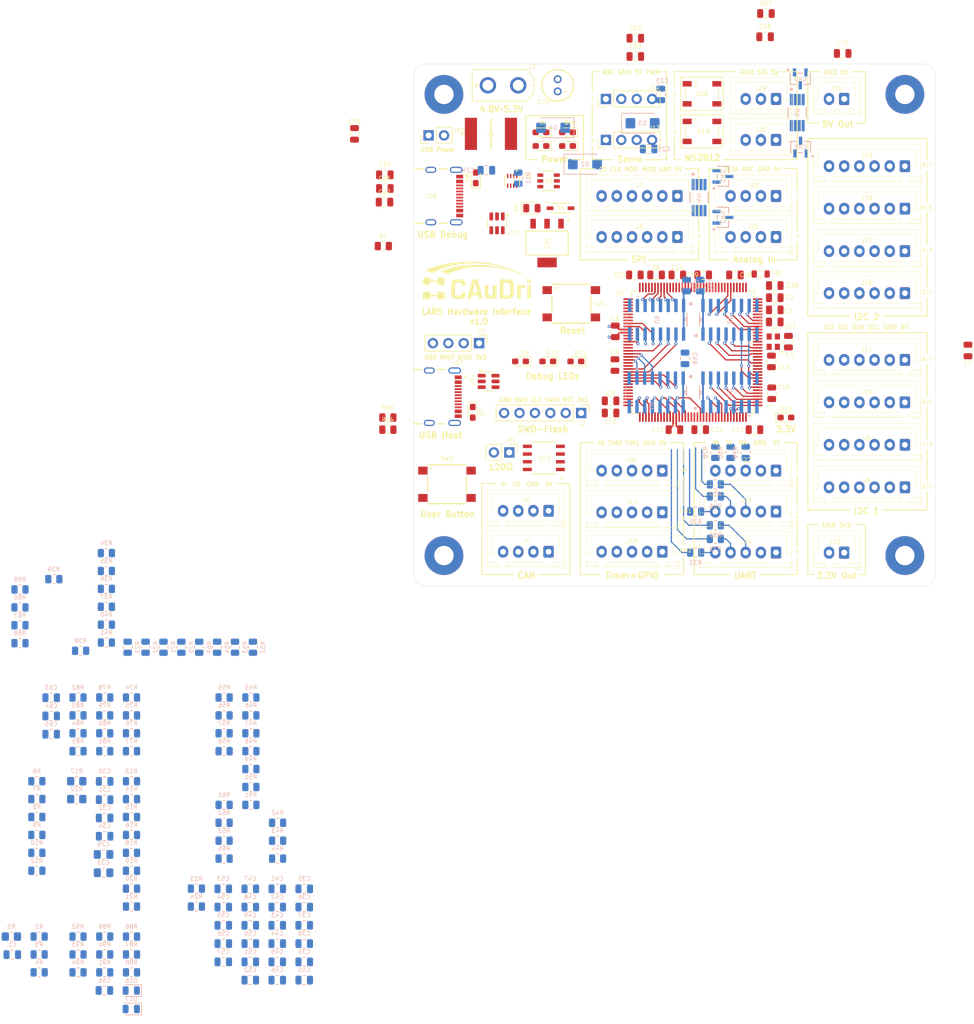
<source format=kicad_pcb>
(kicad_pcb (version 20241229) (generator "pcbnew") (generator_version "9.0")
  (layers (0 "F.Cu" signal) (4 "In1.Cu" power) (6 "In2.Cu" power) (8 "In3.Cu" power) (10 "In4.Cu" power) (2 "B.Cu" signal) (13 "F.Paste" user) (15 "B.Paste" user) (5 "F.SilkS" user "F.Silkscreen") (7 "B.SilkS" user "B.Silkscreen") (1 "F.Mask" user) (3 "B.Mask" user) (25 "Edge.Cuts" user))
  (net 0 "")
  (net 1 "GND")
  (net 2 "+5V_PS")
  (net 3 "+5V_OUT")
  (net 4 "+3V3")
  (net 5 "/LEDs/LED1_OUT")
  (net 6 "LED1_PWM")
  (net 7 "LED2_PWM")
  (net 8 "/LEDs/LED1_VDD")
  (net 9 "/LEDs/LED2_OUT")
  (net 10 "/Microcontroller/RESET")
  (net 11 "CAN1_HIGH")
  (net 12 "CAN1_LOW")
  (net 13 "SPI1_SCLK")
  (net 14 "SPI1_MISO")
  (net 15 "SPI1_CS1")
  (net 16 "SPI1_MOSI")
  (net 17 "SPI1_CS2")
  (net 18 "I2C1_SCL")
  (net 19 "I2C1_IO1")
  (net 20 "I2C1_IO2")
  (net 21 "I2C1_SDA")
  (net 22 "I2C1_IO4")
  (net 23 "I2C1_IO3")
  (net 24 "I2C1_IO6")
  (net 25 "I2C1_IO5")
  (net 26 "I2C1_IO7")
  (net 27 "I2C1_IO8")
  (net 30 "TIM1_CH1")
  (net 31 "TIM1_CH2")
  (net 32 "TIM2_CH2")
  (net 33 "TIM2_CH1")
  (net 34 "I2C2_IO2")
  (net 35 "I2C2_SCL")
  (net 36 "I2C2_IO1")
  (net 37 "I2C2_SDA")
  (net 38 "I2C2_IO3")
  (net 39 "I2C2_IO4")
  (net 40 "I2C2_IO6")
  (net 41 "I2C2_IO5")
  (net 42 "I2C2_IO8")
  (net 43 "I2C2_IO7")
  (net 44 "ANALOG_IN1")
  (net 45 "ANALOG_IN2")
  (net 46 "GPIO1")
  (net 47 "GPIO2")
  (net 48 "GPIO3")
  (net 49 "UART1_TX")
  (net 50 "UART1_RX")
  (net 51 "UART1_IO")
  (net 52 "UART2_TX")
  (net 53 "UART2_RX")
  (net 54 "UART2_IO")
  (net 55 "UART3_IO")
  (net 56 "UART3_TX")
  (net 57 "UART3_RX")
  (net 58 "/USB + CAN Bus/USB2_VBUS_IN")
  (net 59 "USER_BUTTON")
  (net 60 "/LEDs/LED2_VDD")
  (net 61 "/Analog/ANALOG1_OP_IN")
  (net 62 "UART2_IO'")
  (net 63 "UART2_TX'")
  (net 64 "/Analog/SERVO1_OP_IN")
  (net 65 "5V_USB")
  (net 66 "UART2_RX'")
  (net 67 "/Analog/ANALOG2_OP_IN")
  (net 68 "UART1_IO'")
  (net 69 "UART1_TX'")
  (net 70 "UART1_RX'")
  (net 71 "UART3_RX'")
  (net 72 "I2C1_IO1'")
  (net 73 "UART3_TX'")
  (net 74 "I2C1_IO5'")
  (net 75 "I2C2_IO6'")
  (net 76 "UART3_IO'")
  (net 77 "TIM2_IO'")
  (net 78 "TIM2_CH2'")
  (net 79 "I2C1_IO3'")
  (net 80 "I2C1_IO7'")
  (net 81 "TIM2_CH1'")
  (net 82 "PWR_EXT_EN")
  (net 83 "TIM1_IO'")
  (net 84 "DEBUG_LED_RED")
  (net 85 "PWR_STATUS")
  (net 86 "TIM1_CH2'")
  (net 87 "SPI1_CS2'")
  (net 88 "TIM1_CH1'")
  (net 89 "I2C2_IO7'")
  (net 90 "USB1_VBUS")
  (net 91 "USB2_VBUS")
  (net 92 "CAN1_RX")
  (net 93 "/Microcontroller/STM_VCAP2")
  (net 94 "/Microcontroller/STM32_PG12")
  (net 95 "SERVO1_ADC'")
  (net 96 "SPI1_MOSI'")
  (net 97 "USB2_D-")
  (net 98 "/Microcontroller/STM32_PF10")
  (net 99 "/Microcontroller/STM32_PC5")
  (net 100 "/Microcontroller/STM_VCAP1")
  (net 101 "SERVO1_PWM'")
  (net 102 "/Microcontroller/STM32_PG15")
  (net 103 "GPIO2'")
  (net 104 "I2C2_SDA'")
  (net 105 "GPIO3'")
  (net 106 "I2C1_IO4'")
  (net 107 "/Microcontroller/STM32_PB2")
  (net 108 "SERVO2_PWM'")
  (net 109 "/Microcontroller/STM32_PA10")
  (net 110 "I2C2_IO3'")
  (net 111 "DEBUG_LED_GREEN")
  (net 112 "ANALOG_IN2'")
  (net 113 "/Microcontroller/STM32_PD9")
  (net 114 "CAN1_TX")
  (net 115 "/Microcontroller/STM32_PB12")
  (net 116 "USB1_D-")
  (net 117 "SPI1_MISO'")
  (net 118 "I2C2_IO4'")
  (net 119 "/Microcontroller/STM32_PF9")
  (net 120 "/Microcontroller/STM32_PA3")
  (net 121 "/Microcontroller/STM32_PD3")
  (net 122 "/Microcontroller/STM32_PA2")
  (net 123 "/Microcontroller/STM32_PD2")
  (net 124 "I2C2_SCL'")
  (net 125 "/Microcontroller/STM32_PD10")
  (net 126 "ANALOG_IN1'")
  (net 127 "+3V3A")
  (net 128 "/Microcontroller/STM32_PB7")
  (net 129 "/Microcontroller/STM32_PG11")
  (net 130 "I2C1_IO2'")
  (net 131 "I2C2_IO5'")
  (net 132 "I2C2_IO1'")
  (net 133 "/Microcontroller/STM32_PB10")
  (net 134 "/Microcontroller/STM32_PG10")
  (net 135 "/Microcontroller/STM32_PE15")
  (net 136 "/Microcontroller/STM_NRST")
  (net 137 "SERVO2_ADC'")
  (net 138 "/Microcontroller/STM32_PE9")
  (net 140 "/Microcontroller/STM32_PD7")
  (net 141 "SPI1_CS1'")
  (net 142 "USB2_D+")
  (net 143 "/Microcontroller/STM32_PG0")
  (net 144 "I2C1_IO6'")
  (net 145 "/Microcontroller/STM32_PB11")
  (net 146 "I2C2_IO2'")
  (net 147 "SPI1_SCLK'")
  (net 148 "/Microcontroller/STM_OSC_IN")
  (net 149 "/Microcontroller/STM32_PB0")
  (net 150 "/Microcontroller/STM32_PD8")
  (net 151 "I2C2_IO8'")
  (net 152 "/Microcontroller/STM32_PC4")
  (net 153 "I2C1_IO8'")
  (net 154 "/Microcontroller/STM32_PG1")
  (net 155 "I2C1_SCL'")
  (net 156 "USB1_D+")
  (net 157 "GPIO1'")
  (net 158 "/Microcontroller/STM32_PE8")
  (net 159 "DEBUG_LED_BLUE")
  (net 160 "I2C1_SDA'")
  (net 161 "PWR_EXT_FAULT")
  (net 162 "+5V")
  (net 163 "/Power Distribution/MUX_PR1")
  (net 164 "/Power Distribution/PS_ILIMIT")
  (net 165 "/Analog/SERVO2_OP_IN")
  (net 166 "/USB + CAN Bus/USB1_VBUS_IN")
  (net 167 "/USB + CAN Bus/USB1_CC1")
  (net 168 "/USB + CAN Bus/USB1_D_IN+")
  (net 169 "/USB + CAN Bus/USB1_D_IN-")
  (net 170 "/USB + CAN Bus/USB1_CC2")
  (net 171 "/USB + CAN Bus/USB2_D_IN+")
  (net 172 "/USB + CAN Bus/USB2_CC2")
  (net 173 "/USB + CAN Bus/USB2_D_IN-")
  (net 174 "/USB + CAN Bus/USB2_CC1")
  (net 175 "/Analog/ANALOG1_OP_OUT")
  (net 177 "/Analog/SERVO1_OP_OUT")
  (net 178 "/Analog/ANALOG2_OP_OUT")
  (net 179 "/Analog/SERVO2_OP_OUT")
  (net 180 "Net-(U12-S)")
  (net 181 "/Microcontroller/STM_BOOT0")
  (net 182 "/Microcontroller/BOOT0")
  (net 183 "/Power Distribution/PWR_IN")
  (net 184 "Net-(D1-A)")
  (net 185 "TIM2_IO")
  (net 186 "TIM1_IO")
  (net 187 "SERVO1_PWM")
  (net 188 "SERVO2_PWM")
  (net 191 "Net-(D7-A)")
  (net 192 "SERVO1_ADC")
  (net 193 "SERVO2_ADC")
  (net 194 "/LEDs/LED_RED")
  (net 195 "/LEDs/LED_GREEN")
  (net 196 "/LEDs/LED_BLUE")
  (net 197 "/LEDs/LED_5V_PS")
  (net 198 "/LEDs/LED_3V3")
  (net 199 "/LEDs/LED_5V_OUT")
  (net 200 "/LEDs/LED_EXT_OC")
  (net 201 "Net-(D8-A)")
  (net 202 "/LEDs/USER_BTN")
  (net 203 "Net-(J2-Pin_1)")
  (net 204 "SWD_SWIO")
  (net 205 "SWD_SWCLK")
  (net 206 "SWD_SWO")
  (net 207 "/Microcontroller/STM32_PA15")
  (net 208 "/Microcontroller/STM32_PB4")
  (net 209 "SWD_SWDIO")
  (net 210 "Net-(J21-Pin_4)")
  (net 211 "Net-(J20-Pin_4)")
  (net 212 "Net-(JP1-B)")
  (net 213 "/Microcontroller/STM32_PF2")
  (net 214 "/Microcontroller/STM32_PC15")
  (net 215 "/Microcontroller/STM32_PC14")
  (net 216 "/Microcontroller/STM32_PF3")
  (net 217 "/Microcontroller/STM32_PF4")
  (net 219 "/Microcontroller/STM32_PE1")
  (net 220 "/Microcontroller/STM32_PE0")
  (net 221 "/Microcontroller/STM32_PG3")
  (net 222 "/Microcontroller/STM32_PG4")
  (net 223 "/Microcontroller/STM32_PD11")
  (net 224 "/Microcontroller/STM32_PD4")
  (net 225 "/Microcontroller/STM32_PC12")
  (net 226 "/Microcontroller/STM32_PG13")
  (footprint "LARS_Hardware_Interface:C_0805_2012Metric" (layer "F.Cu") (at 140.0475 80.5)
    (property "Reference" "C3")
    (property "Value" "100n")
  )
  (footprint "LARS_Hardware_Interface:LED_WS2812B_PLCC4_5.0x5.0mm_P3.2mm" (layer "F.Cu") (at 128.05 44.9)
    (property "Reference" "D18")
    (property "Value" "WS2812B")
  )
  (footprint "LARS_Hardware_Interface:JST_XH_B6B-XH-A_1x06_P2.50mm_Vertical" (layer "F.Cu") (at 161.5 56.825 180)
    (property "Reference" "J19")
    (property "Value" "I2C2")
  )
  (footprint "LARS_Hardware_Interface:JST_XH_B4B-XH-A_1x04_P2.50mm_Vertical" (layer "F.Cu") (at 102.75 120.375 180)
    (property "Reference" "J4")
    (property "Value" "CAN1")
  )
  (footprint "LARS_Hardware_Interface:D_0805_2012Metric" (layer "F.Cu") (at 100 63.75)
    (property "Reference" "D5")
    (property "Value" "0.7V")
  )
  (footprint "LARS_Hardware_Interface:430182043816" (layer "F.Cu") (at 86 109.25)
    (property "Reference" "SW2")
    (property "Value" "User Button")
  )
  (footprint "LARS_Hardware_Interface:CAuDri Logo" (layer "F.Cu") (at 81.418925 79.169995)
    (property "Reference" "G1" (hide yes))
    (property "Value" "CAuDri-Logo" (hide yes))
  )
  (footprint "LARS_Hardware_Interface:JST_XH_B6B-XH-A_1x06_P2.50mm_Vertical" (layer "F.Cu") (at 124 68.5 180)
    (property "Reference" "J6")
    (property "Value" "SPI1")
  )
  (footprint "LARS_Hardware_Interface:JST_XH_B4B-XH-A_1x04_P2.50mm_Vertical" (layer "F.Cu") (at 102.75 113.625 180)
    (property "Reference" "J5")
    (property "Value" "CAN1")
  )
  (footprint "LARS_Hardware_Interface:LED_WS2812B_PLCC4_5.0x5.0mm_P3.2mm" (layer "F.Cu") (at 128.05 51.1)
    (property "Reference" "D19")
    (property "Value" "WS2812B")
  )
  (footprint "LARS_Hardware_Interface:JST_XH_B6B-XH-A_1x06_P2.50mm_Vertical" (layer "F.Cu") (at 161.5 102.75 180)
    (property "Reference" "J9")
    (property "Value" "I2C1")
  )
  (footprint "LARS_Hardware_Interface:LED_0603_1608Metric_Green" (layer "F.Cu") (at 90.75 58.75 90)
    (property "Reference" "D8")
    (property "Value" "Green")
  )
  (footprint "LARS_Hardware_Interface:GCT_USB4105-GF-A" (layer "F.Cu") (at 83.3375 61.75 -90)
    (property "Reference" "J28")
    (property "Value" "USB2")
  )
  (footprint "LARS_Hardware_Interface:JST_XH_B5B-XH-A_1x05_P2.50mm_Vertical" (layer "F.Cu") (at 121.5 107 180)
    (property "Reference" "J26")
    (property "Value" "GPIO")
  )
  (footprint "LARS_Hardware_Interface:GCT_USB4105-GF-A" (layer "F.Cu") (at 83.0875 94.8225 -90)
    (property "Reference" "J27")
    (property "Value" "USB1")
  )
  (footprint "Package_TO_SOT_SMD:SOT-23-6" (layer "F.Cu") (at 92.8625 92.3)
    (property "Reference" "U11")
    (property "Value" "USBLC6-2SC6")
  )
  (footprint "LARS_Hardware_Interface:LED_0603_1608Metric_Green" (layer "F.Cu") (at 105.875 53.5 180)
    (property "Reference" "D14" (hide yes))
    (property "Value" "Green")
  )
  (footprint "LARS_Hardware_Interface:2920L400_15MR" (layer "F.Cu") (at 93.25 51.5)
    (property "Reference" "F1")
    (property "Value" "2920L400" (hide yes))
  )
  (footprint "LARS_Hardware_Interface:TCAN1057AVDRQ1" (layer "F.Cu") (at 101.97415 104.905 180)
    (property "Reference" "U12")
    (property "Value" "TCAN1057AVDRQ1")
  )
  (footprint "LARS_Hardware_Interface:JST_XH_B3B-XH-A_1x03_P2.50mm_Vertical" (layer "F.Cu") (at 140.25 52.5 180)
    (property "Reference" "J30")
    (property "Value" "LED2")
  )
  (footprint "LARS_Hardware_Interface:430182043816" (layer "F.Cu") (at 106.5 79.5)
    (property "Reference" "SW1")
    (property "Value" "Reset")
  )
  (footprint "LARS_Hardware_Interface:C_0805_2012Metric" (layer "F.Cu") (at 117.05 38.75)
    (property "Reference" "C69")
    (property "Value" "100n")
  )
  (footprint "LARS_Hardware_Interface:JST_XH_B6B-XH-A_1x06_P2.50mm_Vertical" (layer "F.Cu") (at 124 61.75 180)
    (property "Reference" "J7")
    (property "Value" "SPI1")
  )
  (footprint "LARS_Hardware_Interface:C_0805_2012Metric" (layer "F.Cu") (at 138.45 35.5)
    (property "Reference" "C68")
    (property "Value" "100n")
  )
  (footprint "LARS_Hardware_Interface:BZT52C3V3" (layer "F.Cu") (at 104.725 63.75)
    (property "Reference" "D6")
    (property "Value" "3V3")
  )
  (footprint "LARS_Hardware_Interface:LED_0603_1608Metric_Blue" (layer "F.Cu") (at 107.25 89 180)
    (property "Reference" "D11")
    (property "Value" "Blue")
  )
  (footprint "LARS_Hardware_Interface:C_0805_2012Metric" (layer "F.Cu") (at 140.0475 82.5)
    (property "Reference" "C17")
    (property "Value" "100n")
  )
  (footprint "LARS_Hardware_Interface:C_0805_2012Metric" (layer "F.Cu") (at 142.2975 85.75 90)
    (property "Reference" "C4")
    (property "Value" "100n")
  )
  (footprint "LARS_Hardware_Interface:C_0805_2012Metric" (layer "F.Cu") (at 133.4775 74.75)
    (property "Reference" "C18")
    (property "Value" "100n")
  )
  (footprint "LARS_Hardware_Interface:LD1117AS33TR" (layer "F.Cu") (at 102.5 69.5 180)
    (property "Reference" "CR1")
    (property "Value" "LD1117AS33TR")
  )
  (footprint "LARS_Hardware_Interface:JST_XH_B2B-XH-A_1x02_P2.50mm_Vertical" (layer "F.Cu") (at 151.5 120.525 180)
    (property "Reference" "J25")
    (property "Value" "3.3V Out")
  )
  (footprint "LARS_Hardware_Interface:XT30UPB-M" (layer "F.Cu") (at 95.25 43.5)
    (property "Reference" "J3")
    (property "Value" "XT30")
  )
  (footprint "LARS_Hardware_Interface:LED_0603_1608Metric_Red" (layer "F.Cu") (at 101.5 51.25 180)
    (property "Reference" "D1" (hide yes))
    (property "Value" "Red")
  )
  (footprint "LARS_Hardware_Interface:C_0805_2012Metric" (layer "F.Cu") (at 140.0475 78.5)
    (property "Reference" "C2")
    (property "Value" "1u")
  )
  (footprint "LARS_Hardware_Interface:C_0805_2012Metric" (layer "F.Cu") (at 117.05 35.74)
    (property "Reference" "C62")
    (property "Value" "100n")
  )
  (footprint "LARS_Hardware_Interface:JST_XH_B5B-XH-A_1x05_P2.50mm_Vertical" (layer "F.Cu") (at 140.25 107 180)
    (property "Reference" "J22")
    (property "Value" "UART1")
  )
  (footprint "LARS_Hardware_Interface:PinHeader_1x02_P2.54mm_Jumper" (layer "F.Cu") (at 96.275 104 -90)
    (property "Reference" "JP1")
    (property "Value" "CAN1")
  )
  (footprint "LARS_Hardware_Interface:MountingHole_3.2mm_M3_Pad" (layer "F.Cu") (at 85.5 121)
    (property "Reference" "H3" (hide yes))
    (property "Value" "MountingHole")
  )
  (footprint "LARS_Hardware_Interface:PinHeader_1x04_P2.54mm_Vertical" (layer "F.Cu") (at 91.3 86 -90)
    (property "Reference" "J1")
    (property "Value" "Reset Header")
  )
  (footprint "LARS_Hardware_Interface:MountingHole_3.2mm_M3_Pad" (layer "F.Cu") (at 161.5 121)
    (property "Reference" "H4" (hide yes))
    (property "Value" "MountingHole")
  )
  (footprint "LARS_Hardware_Interface:C_0805_2012Metric" (layer "F.Cu") (at 171.9 87.2 -90)
    (property "Reference" "C7")
    (property "Value" "10u")
  )
  (footprint "Package_TO_SOT_SMD:SOT-23-6" (layer "F.Cu") (at 94.25 66.25 -90)
    (property "Reference" "U13")
    (property "Value" "USBLC6-2SC6")
  )
  (footprint "LARS_Hardware_Interface:JST_XH_B4B-XH-A_1x04_P2.50mm_Vertical" (layer "F.Cu") (at 140.25 61.75 180)
    (property "Reference" "J20")
    (property "Value" "Analog 1")
  )
  (footprint "LARS_Hardware_Interface:PTPS2117DRLR" (layer "F.Cu") (at 96.75 59.25 -90)
    (property "Reference" "U2")
    (property "Value" "TPS2117DRLR")
  )
  (footprint "LARS_Hardware_Interface:JST_XH_B4B-XH-A_1x04_P2.50mm_Vertical" (layer "F.Cu") (at 140.25 68.5 180)
    (property "Reference" "J21")
    (property "Value" "Analog 2")
  )
  (footprint "LARS_Hardware_Interface:MIC2039AYM6-TR" (layer "F.Cu") (at 102.75 59.25)
    (property "Reference" "U3")
    (property "Value" "MIC2039AYM6-TR")
  )
  (footprint "LARS_Hardware_Interface:860020372006" (layer "F.Cu") (at 104.25 43.5 -90)
    (property "Reference" "C22")
    (property "Value" "100u")
  )
  (footprint "LARS_Hardware_Interface:JST_XH_B6B-XH-A_1x06_P2.50mm_Vertical" (layer "F.Cu") (at 161.5 109.75 180)
    (property "Reference" "J8")
    (property "Value" "I2C1")
  )
  (footprint "LARS_Hardware_Interface:C_0805_2012Metric" (layer "F.Cu") (at 75.7 62.75)
    (property "Reference" "C27")
    (property "Value" "10u")
  )
  (footprint "LARS_Hardware_Interface:C_0805_2012Metric" (layer "F.Cu") (at 116.9775 74.75 180)
    (property "Reference" "C20")
    (property "Value" "100n")
  )
  (footprint "LARS_Hardware_Interface:C_0805_2012Metric" (layer "F.Cu") (at 139.5 89 -90)
    (property "Reference" "C16")
    (property "Value" "100n")
  )
  (footprint "LARS_Hardware_Interface:C_0805_2012Metric" (layer "F.Cu") (at 112.9775 95.5 180)
    (property "Reference" "C5")
    (property "Value" "2u2")
  )
  (footprint "LARS_Hardware_Interface:L_0805_2012Metric" (layer "F.Cu") (at 137.7275 74.6)
    (property "Reference" "FB1")
    (property "Value" "FBMH2012HM221-T8")
  )
  (footprint "LARS_Hardware_Interface:C_0805_2012Metric" (layer "F.Cu") (at 136.7 100.25)
    (property "Reference" "C13")
    (property "Value" "100n")
  )
  (footprint "LARS_Hardware_Interface:R_0805_2012Metric" (layer "F.Cu") (at 76.25 100.25)
    (property "Reference" "R64")
    (property "Value" "120")
  )
  (footprint "LARS_Hardware_Interface:JST_XH_B2B-XH-A_1x02_P2.50mm_Vertical" (layer "F.Cu") (at 151.5 45.75 180)
    (property "Reference" "J31")
    (property "Value" "5V Out")
  )
  (footprint "LARS_Hardware_Interface:C_0805_2012Metric" (layer "F.Cu") (at 138.5925 31.67)
    (property "Reference" "C67")
    (property "Value" "100n")
  )
  (footprint "LARS_Hardware_Interface:LED_0603_1608Metric_Green" (layer "F.Cu") (at 101.5 53.5 180)
    (property "Reference" "D12" (hide yes))
    (property "Value" "Green")
  )
  (footprint "LARS_Hardware_Interface:LED_0603_1608Metric_Green" (layer "F.Cu") (at 90.25 97.3925 -90)
    (property "Reference" "D7")
    (property "Value" "Green")
  )
  (footprint "LARS_Hardware_Interface:C_0805_2012Metric" (layer "F.Cu") (at 139.5475 94.25 -90)
    (property "Reference" "C15")
    (property "Value" "100n")
  )
  (footprint "LARS_Hardware_Interface:C_0805_2012Metric" (layer "F.Cu") (at 112.9775 97.5 180)
    (property "Reference" "C10")
    (property "Value" "100n")
  )
  (footprint "LARS_Hardware_Interface:PinHeader_1x04_P2.54mm_Vertical" (layer "F.Cu") (at 112.2 45.75 90)
    (property "Reference" "J12")
    (property "Value" "Servo 1")
  )
  (footprint "LARS_Hardware_Interface:JST_XH_B5B-XH-A_1x05_P2.50mm_Vertical" (layer "F.Cu") (at 140.25 113.75 180)
    (property "Reference" "J23")
    (property "Value" "UART2")
  )
  (footprint "LARS_Hardware_Interface:LED_0603_1608Metric_Red" (layer "F.Cu") (at 98.125 89 180)
    (property "Reference" "D9")
    (property "Value" "Red")
  )
  (footprint "LARS_Hardware_Interface:R_0805_2012Metric" (layer "F.Cu") (at 75.5 70)
    (property "Reference" "R1")
    (property "Value" "10k")
  )
  (footprint "LARS_Hardware_Interface:MountingHole_3.2mm_M3_Pad" (layer "F.Cu") (at 85.5 45)
    (property "Reference" "H1" (hide yes))
    (property "Value" "MountingHole")
  )
  (footprint "LARS_Hardware_Interface:PinHeader_1x04_P2.54mm_Vertical" (layer "F.Cu") (at 112.2 52.5 90)
    (property "Reference" "J13")
    (property "Value" "Servo 2")
  )
  (footprint "LARS_Hardware_Interface:C_0805_2012Metric" (layer "F.Cu") (at 151.25 38.25)
    (property "Reference" "C70")
    (property "Value" "100n")
  )
  (footprint "LARS_Hardware_Interface:MountingHole_3.2mm_M3_Pad" (layer "F.Cu") (at 161.5 45)
    (property "Reference" "H2" (hide yes))
    (property "Value" "MountingHole")
  )
  (footprint "LARS_Hardware_Interface:WE-SPXO_IQXO-791" (layer "F.Cu") (at 139.7975 85.75 90)
    (property "Reference" "Y1")
    (property "Value" "IQXO-791 8.00MHz")
  )
  (footprint "LARS_Hardware_Interface:LED_0603_1608Metric_Green" (layer "F.Cu") (at 102.625 89 180)
    (property "Reference" "D10")
    (property "Value" "Green")
  )
  (footprint "LARS_Hardware_Interface:JST_XH_B6B-XH-A_1x06_P2.50mm_Vertical" (layer "F.Cu") (at 161.5 77.75 180)
    (property "Reference" "J16")
    (property "Value" "I2C2")
  )
  (footprint "LARS_Hardware_Interface:PinHeader_1x06_P2.54mm_Vertical" (layer "F.Cu") (at 108.12 97.5 -90)
    (property "Reference" "J2")
    (property "Value" "SWD Flash")
  )
  (footprint "LARS_Hardware_Interface:C_0805_2012Metric" (layer "F.Cu") (at 75.75 58.25)
    (property "Reference" "C25")
    (property "Value" "10u")
  )
  (footprint "LARS_Hardware_Interface:JST_XH_B6B-XH-A_1x06_P2.50mm_Vertical" (layer "F.Cu") (at 161.5 63.825 180)
    (property "Reference" "J18")
    (property "Value" "I2C2")
  )
  (footprint "LARS_Hardware_Interface:JST_XH_B6B-XH-A_1x06_P2.50mm_Vertical" (layer "F.Cu") (at 161.5 95.75 180)
    (property "Reference" "J10")
    (property "Value" "I2C1")
  )
  (footprint "LARS_Hardware_Interface:C_0805_2012Metric" (layer "F.Cu") (at 140.0475 76.5)
    (property "Reference" "C28")
    (property "Value" "10n")
  )
  (footprint "LARS_Hardware_Interface:C_0805_2012Metric" (layer "F.Cu") (at 127.75 100.25 180)
    (property "Reference" "C12")
    (property "Value" "100n")
  )
  (footprint "LARS_Hardware_Interface:STM32F429ZIT6TR" (layer "F.Cu") (at 126.5475 87.5 180)
    (property "Reference" "U1")
    (property "Value" "STM32F429ZIT6TR")
  )
  (footprint "LARS_Hardware_Interface:C_0805_2012Metric" (layer "F.Cu") (at 113.7 89.6 90)
    (property "Reference" "C9")
    (property "Value" "100n")
  )
  (footprint "LARS_Hardware_Interface:C_0805_2012Metric" (layer "F.Cu") (at 113.75 84.05 90)
    (property "Reference" "C8")
    (property "Value" "100n")
  )
  (footprint "LARS_Hardware_Interface:PinHeader_1x02_P2.54mm_Jumper" (layer "F.Cu") (at 82.975 51.75 90)
    (property "Reference" "JP2")
    (property "Value" "USB Power")
  )
  (footprint "LARS_Hardware_Interface:C_0805_2012Metric" (layer "F.Cu") (at 75.75 60.5)
    (property "Reference" "C26")
    (property "Value" "1u")
  )
  (footprint "LARS_Hardware_Interface:LED_0603_1608Metric_Green" (layer "F.Cu") (at 141.875 98.25)
    (property "Reference" "D13")
    (property "Value" "Green")
  )
  (footprint "LARS_Hardware_Interface:JST_XH_B6B-XH-A_1x06_P2.50mm_Vertical" (layer "F.Cu") (at 161.5 70.825 180)
    (property "Reference" "J17")
    (property "Value" "I2C2")
  )
  (footprint "LARS_Hardware_Interface:C_0805_2012Metric" (layer "F.Cu") (at 120.4775 74.75)
    (property "Reference" "C6")
    (property "Value" "2u2")
  )
  (footprint "LARS_Hardware_Interface:C_0805_2012Metric" (layer "F.Cu") (at 123.5 100.25 180)
    (property "Reference" "C11")
    (property "Value" "100n")
  )
  (footprint "LARS_Hardware_Interface:JST_XH_B5B-XH-A_1x05_P2.50mm_Vertical" (layer "F.Cu") (at 121.5 113.875 180)
    (property "Reference" "J14")
    (property "Value" "TIM1")
  )
  (footprint "LARS_Hardware_Interface:C_0805_2012Metric" (layer "F.Cu") (at 128.2475 74.75)
    (property "Reference" "C19")
    (property "Value" "100n")
  )
  (footprint "LARS_Hardware_Interface:C_0805_2012Metric" (layer "F.Cu") (at 123.9775 74.75)
    (property "Reference" "C14")
    (property "Value" "100n")
  )
  (footprint "LARS_Hardware_Interface:JST_XH_B6B-XH-A_1x06_P2.50mm_Vertical" (layer "F.Cu") (at 161.5 88.75 180)
    (property "Reference" "J11")
    (property "Value" "I2C1")
  )
  (footprint "LARS_Hardware_Interface:R_0805_2012Metric" (layer "F.Cu") (at 76.25 98.25)
    (property "Reference" "R66")
    (property "Value" "2k2")
  )
  (footprint "LARS_Hardware_Interface:JST_XH_B3B-XH-A_1x03_P2.50mm_Vertical" (layer "F.Cu") (at 140.25 45.75 180)
    (property "Reference" "J29")
    (property "Value" "LED1")
  )
  (footprint "LARS_Hardware_Interface:JST_XH_B5B-XH-A_1x05_P2.50mm_Vertical" (layer "F.Cu") (at 140.25 120.5 180)
    (property "Reference" "J24")
    (property "Value" "UART3")
  )
  (footprint "LARS_Hardware_Interface:C_0805_2012Metric" (layer "F.Cu") (at 70.75 51.5 90)
    (property "Reference" "C59")
    (property "Value" "100n")
  )
  (footprint "LARS_Hardware_Interface:LED_0603_1608Metric_Red" (layer "F.Cu") (at 105.875 51.25 180)
    (property "Reference" "D15" (hide yes))
    (property "Value" "Red")
  )
  (footprint "LARS_Hardware_Interface:JST_XH_B5B-XH-A_1x05_P2.50mm_Vertical" (layer "F.Cu") (at 121.5 120.375 180)
    (property "Reference" "J15")
    (property "Value" "TIM2")
  )
  (footprint "LARS_Hardware_Interface:BAT54SFILM" (layer "B.Cu") (at 131.5 65.25 90)
    (property "Reference" "CR4")
    (property "Value" "BAT54SFILM")
  )
  (footprint "LARS_Hardware_Interface:R_0805_2012Metric" (layer "B.Cu") (at 58.07 170.94 180)
    (property "Reference" "R44")
    (property "Value" "2k2")
  )
  (footprint "LARS_Hardware_Interface:R_0805_2012Metric" (layer "B.Cu") (at 49.25 165.04 180)
    (property "Reference" "R62")
    (property "Value" "220")
  )
  (footprint "LARS_Hardware_Interface:BAT54SFILM" (layer "B.Cu") (at 131.5 58.5 90)
    (property "Reference" "CR2")
    (property "Value" "BAT54SFILM")
  )
  (footprint "LARS_Hardware_Interface:R_0805_2012Metric" (layer "B.Cu") (at 97.75 58.799999 90)
    (property "Reference" "R11")
    (property "Value" "4k7")
  )
  (footprint "LARS_Hardware_Interface:R_0805_2012Metric" (layer "B.Cu") (at 49.25 162.09 180)
    (property "Reference" "R61")
    (property "Value" "220")
  )
  (footprint "LARS_Hardware_Interface:R_0805_2012Metric" (layer "B.Cu") (at 49.25 147.34 180)
    (property "Reference" "R56")
    (property "Value" "220")
  )
  (footprint "LARS_Hardware_Interface:C_0805_2012Metric" (layer "B.Cu") (at 29.55 164.24 180)
    (property "Reference" "C32")
    (property "Value" "100n")
  )
  (footprint "LARS_Hardware_Interface:R_0805_2012Metric" (layer "B.Cu") (at 45.1475 136.1025 90)
    (property "Reference" "R69")
    (property "Value" "220")
  )
  (footprint "LARS_Hardware_Interface:R_0805_2012Metric" (layer "B.Cu") (at 25.16 150.29 180)
    (property "Reference" "R84")
    (property "Value" "5k1")
  )
  (footprint "LARS_Hardware_Interface:R_0805_2012Metric" (layer "B.Cu") (at 49.25 150.29 180)
    (property "Reference" "R57")
    (property "Value" "220")
  )
  (footprint "LARS_Hardware_Interface:C_0805_2012Metric" (layer "B.Cu") (at 62.46 190.97 180)
    (property "Reference" "C40")
    (property "Value" "100n")
  )
  (footprint "LARS_Hardware_Interface:OPA2834IDGKR" (layer "B.Cu") (at 143.75 48 -90)
    (property "Reference" "U5")
    (property "Value" "OPA2834IDGKR")
  )
  (footprint "LARS_Hardware_Interface:R_0805_2012Metric" (layer "B.Cu") (at 135.25 104 -90)
    (property "Reference" "R29")
    (property "Value" "220")
  )
  (footprint "LARS_Hardware_Interface:R_0805_2012Metric_Pad1.20x1.40mm_HandSolder" (layer "B.Cu") (at 24.95 158.19 180)
    (property "Reference" "R17")
    (property "Value" "NA")
  )
  (footprint "LARS_Hardware_Interface:R_0805_2012Metric" (layer "B.Cu") (at 29.57 153.24 180)
    (property "Reference" "R81")
    (property "Value" "470")
  )
  (footprint "LARS_Hardware_Interface:R_0805_2012Metric" (layer "B.Cu") (at 127 113.75)
    (property "Reference" "R25")
    (property "Value" "220")
  )
  (footprint "LARS_Hardware_Interface:R_0805_2012Metric" (layer "B.Cu") (at 18.75 189.69 180)
    (property "Reference" "R4")
    (property "Value" "10k")
  )
  (footprint "LARS_Hardware_Interface:R_0805_2012Metric" (layer "B.Cu") (at 49.25 170.94 180)
    (property "Reference" "R65")
    (property "Value" "2k2")
  )
  (footprint "LARS_Hardware_Interface:R_0805_2012Metric" (layer "B.Cu") (at 21.175 124.89 180)
    (property "Reference" "R39")
    (property "Value" "220")
  )
  (footprint "LARS_Hardware_Interface:C_0805_2012Metric" (layer "B.Cu") (at 53.56 187.96 180)
    (property "Reference" "C51")
    (property "Value" "100n")
  )
  (footprint "LARS_Hardware_Interface:R_0805_2012Metric_Pad1.20x1.40mm_HandSolder" (layer "B.Cu") (at 14.17 183.79 180)
    (property "Reference" "R5")
    (property "Value" "0R")
  )
  (footprint "LARS_Hardware_Interface:R_0805_2012Metric" (layer "B.Cu") (at 33.98 150.29 180)
    (property "Reference" "R76")
    (property "Value" "1k")
  )
  (footprint "LARS_Hardware_Interface:C_0805_2012Metric" (layer "B.Cu") (at 49.11 175.92 180)
    (property "Reference" "C53")
    (property "Value" "100n")
  )
  (footprint "LARS_Hardware_Interface:R_0805_2012Metric" (layer "B.Cu") (at 29.57 186.74 180)
    (property "Reference" "R90")
    (property "Value" "220")
  )
  (footprint "LARS_Hardware_Interface:C_0805_2012Metric" (layer "B.Cu") (at 53.56 178.93 180)
    (property "Reference" "C48")
    (property "Value" "10u")
  )
  (footprint "LARS_Hardware_Interface:R_0805_2012Metric" (layer "B.Cu") (at 132.75 104 -90)
    (property "Reference" "R30")
    (property "Value" "220")
  )
  (footprint "LARS_Hardware_Interface:Z1SMA5.6" (layer "B.Cu") (at 105.5 50.5 180)
    (property "Reference" "D4")
    (property "Value" "5V6")
  )
  (footprint "LARS_Hardware_Interface:R_0805_2012Metric" (layer "B.Cu") (at 15.585 126.59 180)
    (property "Reference" "R59")
    (property "Value" "220")
  )
  (footprint "LARS_Hardware_Interface:C_0805_2012Metric" (layer "B.Cu") (at 29.55 158.22 180)
    (property "Reference" "C30")
    (property "Value" "100n")
  )
  (footprint "LARS_Hardware_Interface:R_0805_2012Metric" (layer "B.Cu") (at 29.835 129.44 180)
    (property "Reference" "R37")
    (property "Value" "220")
  )
  (footprint "LARS_Hardware_Interface:C_0805_2012Metric" (layer "B.Cu") (at 49.11 184.95 180)
    (property "Reference" "C56")
    (property "Value" "100n")
  )
  (footprint "LARS_Hardware_Interface:R_0805_2012Metric" (layer "B.Cu") (at 49.25 167.99 180)
    (property "Reference" "R63")
    (property "Value" "120")
  )
  (footprint "LARS_Hardware_Interface:R_0805_2012Metric" (layer "B.Cu") (at 29.835 126.49 180)
    (property "Reference" "R36")
    (property "Value" "220")
  )
  (footprint "LARS_Hardware_Interface:R_0805_2012Metric" (layer "B.Cu") (at 33.98 183.79 180)
    (property "Reference" "R86")
    (property "Value" "10k")
  )
  (footprint "LARS_Hardware_Interface:R_0805_2012Metric" (layer "B.Cu") (at 25.16 147.34 180)
    (property "Reference" "R83")
    (property "Value" "1k")
  )
  (footprint "LARS_Hardware_Interface:C_0805_2012Metric" (layer "B.Cu") (at 58.01 190.97 180)
    (property "Reference" "C46")
    (property "Value" "100n")
  )
  (footprint "LARS_Hardware_Interface:R_0805_2012Metric" (layer "B.Cu") (at 29.57 150.29 180)
    (property "Reference" "R80")
    (property "Value" "5k1")
  )
  (footprint "LARS_Hardware_Interface:R_0805_2012Metric" (layer "B.Cu") (at 33.98 158.19 180)
    (property "Reference" "R13")
    (property "Value" "1k")
  )
  (footprint "LARS_Hardware_Interface:BAT54SFILM" (layer "B.Cu") (at 144.25 42.4332)
    (property "Reference" "CR3")
    (property "Value" "BAT54SFILM")
  )
  (footprint "LARS_Hardware_Interface:R_0805_2012Metric" (layer "B.Cu") (at 39.2475 136.1025 90)
    (property "Reference" "R71")
    (property "Value" "220")
  )
  (footprint "LARS_Hardware_Interface:C_0805_2012Metric" (layer "B.Cu") (at 58.01 178.93 180)
    (property "Reference" "C42")
    (property "Value" "100n")
  )
  (footprint "LARS_Hardware_Interface:R_0805_2012Metric" (layer "B.Cu") (at 53.66 144.39 180)
    (property "Reference" "R45")
    (property "Value" "2k2")
  )
  (footprint "LARS_Hardware_Interface:D_0805_2012Metric" (layer "B.Cu") (at 33.94 195.725 180)
    (property "Reference" "D17")
    (property "Value" "0.7V")
  )
  (footprint "LARS_Hardware_Interface:R_0805_2012Metric" (layer "B.Cu") (at 51.0475 136.1025 90)
    (property "Reference" "R53")
    (property "Value" "220")
  )
  (footprint "LARS_Hardware_Interface:R_0805_2012Metric" (layer "B.Cu") (at 15.585 129.54 180)
    (property "Reference" "R60")
    (property "Value" "220")
  )
  (footprint "LARS_Hardware_Interface:OPA2834IDGKR" (layer "B.Cu") (at 127.5668 62 -90)
    (property "Reference" "U4")
    (property "Value" "OPA2834IDGKR")
  )
  (footprint "LARS_Hardware_Interface:R_0805_2012Metric" (layer "B.Cu") (at 18.37 172.94 180)
    (property "Reference" "R12")
    (property "Value" "120")
  )
  (footprint "LARS_Hardware_Interface:C_0805_2012Metric" (layer "B.Cu") (at 29.51 192.67 180)
    (property "Reference" "C66")
    (property "Value" "1u")
  )
  (footprint "LARS_Hardware_Interface:R_0805_2012Metric" (layer "B.Cu") (at 48.0975 136.1025 90)
    (property "Reference" "R54")
    (property "Value" "220")
  )
  (footprint "LARS_Hardware_Interface:R_0805_2012Metric" (layer "B.Cu") (at 18.75 183.79 180)
    (property "Reference" "R2")
    (property "Value" "1k")
  )
  (footprint "LARS_Hardware_Interface:R_0805_2012Metric" (layer "B.Cu") (at 29.835 120.59 180)
    (property "Reference" "R34")
    (property "Value" "220")
  )
  (footprint "LARS_Hardware_Interface:C_0805_2012Metric" (layer "B.Cu") (at 49.11 187.96 180)
    (property "Reference" "C57")
    (property "Value" "100n")
  )
  (footprint "LARS_Hardware_Interface:BAT54SFILM" (layer "B.Cu") (at 144.299999 53.6832 180)
    (property "Reference" "CR5")
    (property "Value" "BAT54SFILM")
  )
  (footprint "LARS_Hardware_Interface:C_0805_2012Metric" (layer "B.Cu") (at 29.55 161.23 180)
    (property "Reference" "C31")
    (property "Value" "100n")
  )
  (footprint "LARS_Hardware_Interface:R_0805_2012Metric" (layer "B.Cu") (at 18.37 167.04 180)
    (property "Reference" "R9")
    (property "Value" "1k")
  )
  (footprint "LARS_Hardware_Interface:R_0805_2012Metric" (layer "B.Cu") (at 33.98 161.14 180)
    (property "Reference" "R14")
    (property "Value" "1k")
  )
  (footprint "LARS_Hardware_Interface:C_0805_2012Metric" (layer "B.Cu") (at 127.75 76.5 90)
    (property "Reference" "C61")
    (property "Value" "100n")
  )
  (footprint "LARS_Hardware_Interface:R_0805_2012Metric" (layer "B.Cu") (at 130.25 104 -90)
    (property "Reference" "R28")
    (property "Value" "220")
  )
  (footprint "LARS_Hardware_Interface:SN74S1051DR" (layer "B.Cu") (at 120.575 82.1378 90)
    (property "Reference" "U8")
    (property "Value" "SN74S1051DR")
  )
  (footprint "LARS_Hardware_Interface:R_0805_2012Metric" (layer "B.Cu") (at 33.98 167.04 180)
    (property "Reference" "R16")
    (property "Value" "1k")
  )
  (footprint "LARS_Hardware_Interface:R_0805_2012Metric" (layer "B.Cu") (at 127 120.5)
    (property "Reference" "R33")
    (property "Value" "220")
  )
  (footprint "LARS_Hardware_Interface:R_0805_2012Metric" (layer "B.Cu") (at 33.98 147.34 180)
    (property "Reference" "R75")
    (property "Value" "220")
  )
  (footprint "LARS_Hardware_Interface:C_0805_2012Metric" (layer "B.Cu") (at 92.5 57.5)
    (property "Reference" "C24")
    (property "Value" "1u")
  )
  (footprint "LARS_Hardware_Interface:C_0805_2012Metric" (layer "B.Cu") (at 53.56 190.97 180)
    (property "Reference" "C52")
    (property "Value" "100n")
  )
  (footprint "LARS_Hardware_Interface:R_0805_2012Metric" (layer "B.Cu") (at 29.57 183.79 180)
    (property "Reference" "R89")
    (property "Value" "220")
  )
  (footprint "LARS_Hardware_Interface:R_0805_2012Metric" (layer "B.Cu") (at 29.835 123.54 180)
    (property "Reference" "R35")
    (property "Value" "220")
  )
  (footprint "LARS_Hardware_Interface:C_0805_2012Metric" (layer "B.Cu") (at 14.32 186.77 180)
    (property "Reference" "C1")
    (property "Value" "100n")
  )
  (footprint "LARS_Hardware_Interface:R_0805_2012Metric" (layer "B.Cu") (at 130.25 118.25)
    (property "Reference" "R32")
    (property "Value" "220")
  )
  (footprint "LARS_Hardware_Interface:C_0805_2012Metric" (layer "B.Cu") (at 49.11 181.94 180)
    (property "Reference" "C55")
    (property "Value" "100n")
  )
  (footprint "LARS_Hardware_Interface:R_0805_2012Metric" (layer "B.Cu") (at 29.835 132.39 180)
    (property "Reference" "R40")
    (property "Value" "220")
  )
  (footprint "LARS_Hardware_Interface:R_0805_2012Metric" (layer "B.Cu") (at 25.16 144.39 180)
    (property "Reference" "R82")
    (property "Value" "220")
  )
  (footprint "LARS_Hardware_Interface:C_0805_2012Metric" (layer "B.Cu") (at 62.46 178.93 180)
    (property "Reference" "C36")
    (property "Value" "100n")
  )
  (footprint "LARS_Hardware_Interface:R_0805_2012Metric" (layer "B.Cu") (at 130.25 116)
    (property "Reference" "R31")
    (property "Value" "220")
  )
  (footprint "LARS_Hardware_Interface:R_0805_2012Metric" (layer "B.Cu") (at 36.2975 136.1025 90)
    (property "Reference" "R72")
    (property "Value" "220")
  )
  (footprint "LARS_Hardware_Interface:R_0805_2012Metric" (layer "B.Cu") (at 58.07 167.99 180)
    (property "Reference" "R43")
    (property "Value" "120")
  )
  (footprint "LARS_Hardware_Interface:R_0805_2012Metric" (layer "B.Cu") (at 33.98 169.99 180)
    (property "Reference" "R18")
    (property "Value" "1k")
  )
  (footprint "LARS_Hardware_Interface:R_0805_2012Metric" (layer "B.Cu") (at 49.25 144.39 180)
    (property "Reference" "R55")
    (property "Value" "220")
  )
  (footprint "LARS_Hardware_Interface:R_0805_2012Metric" (layer "B.Cu") (at 25.16 186.74 180)
    (property "Reference" "R93")
    (property "Value" "470")
  )
  (footprint "LARS_Hardware_Interface:R_0805_2012Metric" (layer "B.Cu") (at 33.3475 136.1025 90)
    (property "Reference" "R73")
    (property "Value" "220")
  )
  (footprint "LARS_Hardware_Interface:R_0805_2012Metric" (layer "B.Cu") (at 130.25 111.25)
    (property "Reference" "R26")
    (property "Value" "220")
  )
  (footprint "LARS_Hardware_Interface:D_0805_2012Metric" (layer "B.Cu") (at 33.94 192.685 180)
    (property "Reference" "D16")
    (property "Value" "0.7V")
  )
  (footprint "LARS_Hardware_Interface:R_0805_2012Metric" (layer "B.Cu") (at 29.57 189.69 180)
    (property "Reference" "R91")
    (property "Value" "470")
  )
  (footprint "LARS_Hardware_Interface:C_0805_2012Metric" (layer "B.Cu") (at 49.11 178.93 180)
    (property "Reference" "C54")
    (property "Value" "100n")
  )
  (footprint "LARS_Hardware_Interface:SN74S1051DR" (layer "B.Cu") (at 132.655 82.1378 -90)
    (property "Reference" "U9")
    (property "Value" "SN74S1051DR")
  )
  (footprint "LARS_Hardware_Interface:C_0805_2012Metric" (layer "B.Cu") (at 20.73 144.42 180)
    (property "Reference" "C63")
    (property "Value" "100n")
  )
  (footprint "LARS_Hardware_Interface:R_0805_2012Metric" (layer "B.Cu") (at 33.98 175.89 180)
    (property "Reference" "R20")
    (property "Value" "220")
  )
  (footprint "LARS_Hardware_Interface:R_0805_2012Metric" (layer "B.Cu") (at 25.585 136.69 180)
    (property "Reference" "R38")
    (property "Value" "220")
  )
  (footprint "LARS_Hardware_Interface:C_0805_2012Metric" (layer "B.Cu") (at 20.73 147.43 180)
    (property "Reference" "C64")
    (property "Value" "100n")
  )
  (footprint "LARS_Hardware_Interface:R_0805_2012Metric" (layer "B.Cu") (at 44.68 178.84 180)
    (property "Reference" "R24")
    (property "Value" "120")
  )
  (footprint "LARS_Hardware_Interface:C_0805_2012Metric" (layer "B.Cu") (at 62.46 184.95 180)
    (property "Reference" "C38")
    (property "Value" "100n")
  )
  (footprint "LARS_Hardware_Interface:R_0805_2012Metric" (layer "B.Cu") (at 42.1975 136.1025 90)
    (property "Reference" "R70")
    (property "Value" "220")
  )
  (footprint "LARS_Hardware_Interface:C_0805_2012Metric_Pad1.18x1.45mm_HandSolder" (layer "B.Cu") (at 29.37 173.27 180)
    (property "Reference" "C33")
    (property "Value" "NA")
  )
  (footprint "LARS_Hardware_Interface:R_0805_2012Metric" (layer "B.Cu") (at 29.57 147.34 180)
    (property "Reference" "R79")
    (property "Value" "5k1")
  )
  (footprint "LARS_Hardware_Interface:R_0805_2012Metric" (layer "B.Cu") (at 15.585 135.44 180)
    (property "Reference" "R68")
    (property "Value" "220")
  )
  (footprint "LARS_Hardware_Interface:C_0805_2012Metric" (layer "B.Cu") (at 58.01 184.95 180)
    (property "Reference" "C44")
    (property "Value" "100n")
  )
  (footprint "LARS_Hardware_Interface:C_0805_2012Metric" (layer "B.Cu") (at 58.01 187.96 180)
    (property "Reference" "C45")
    (property "Value" "100n")
  )
  (footprint "LARS_Hardware_Interface:R_0805_2012Metric" (layer "B.Cu") (at 33.98 186.74 180)
    (property "Reference" "R87")
    (property "Value" "470")
  )
  (footprint "LARS_Hardware_Interface:R_0805_2012Metric" (layer "B.Cu") (at 15.585 132.49 180)
    (property "Reference" "R67")
    (property "Value" "220")
  )
  (footprint "LARS_Hardware_Interface:C_0805_2012Metric" (layer "B.Cu") (at 125.5 76.5 90)
    (property "Reference" "C60")
    (property "Value" "100n")
  )
  (footprint "LARS_Hardware_Interface:R_0805_2012Metric" (layer "B.Cu") (at 29.835 135.34 180)
    (property "Reference" "R41")
    (property "Value" "220")
  )
  (footprint "LARS_Hardware_Interface:R_0805_2012Metric" (layer "B.Cu") (at 130.25 109.25)
    (property "Reference" "R27")
    (property "Value" "220")
  )
  (footprint "LARS_Hardware_Interface:C_0805_2012Metric" (layer "B.Cu") (at 125.25 88.5 90)
    (property "Reference" "C58")
    (property "Value" "100n")
  )
  (footprint "LARS_Hardware_Interface:R_0805_2012Metric" (layer "B.Cu") (at 53.66 162.09 180)
    (property "Reference" "R51")
    (property "Value" "220")
  )
  (footprint "LARS_Hardware_Interface:C_0805_2012Metric_Pad1.18x1.45mm_HandSolder" (layer "B.Cu") (at 29.37 170.26 180)
    (property "Reference" "C29")
    (property "Value" "NA")
  )
  (footprint "LARS_Hardware_Interface:C_0805_2012Metric" (layer "B.Cu") (at 58.01 175.92 180)
    (property "Reference" "C41")
    (property "Value" "100n")
  )
  (footprint "LARS_Hardware_Interface:C_0805_2012Metric" (layer "B.Cu") (at 121.25 45 -90)
    (property "Reference" "C23")
    (property "Value" "10u")
  )
  (footprint "LARS_Hardware_Interface:C_0805_2012Metric" (layer "B.Cu") (at 29.55 167.25 180)
    (property "Reference" "C34")
    (property "Value" "100n")
  )
  (footprint "LARS_Hardware_Interface:R_0805_2012Metric" (layer "B.Cu") (at 29.57 144.39 180)
    (property "Reference" "R78")
    (property "Value" "1k")
  )
  (footprint "LARS_Hardware_Interface:R_0805_2012Metric" (layer "B.Cu") (at 25.16 183.79 180)
    (property "Reference" "R92")
    (property "Value" "220")
  )
  (footprint "LARS_Hardware_Interface:R_0805_2012Metric" (layer "B.Cu") (at 33.98 189.69 180)
    (property "Reference" "R88")
    (property "Value" "220")
  )
  (footprint "LARS_Hardware_Interface:C_0805_2012Metric" (layer "B.Cu") (at 62.46 187.96 180)
    (property "Reference" "C39")
    (property "Value" "100n")
  )
  (footprint "LARS_Hardware_Interface:C_0805_2012Metric" (layer "B.Cu") (at 62.46 175.92 180)
    (property "Reference" "C35")
    (property "Value" "100n")
  )
  (footprint "LARS_Hardware_Interface:R_0805_2012Metric" (layer "B.Cu") (at 53.66 159.14 180)
    (property "Reference" "R50")
    (property "Value" "220")
  )
  (footprint "LARS_Hardware_Interface:SN74S1051DR" (layer "B.Cu") (at 132.655 94.1122 -90)
    (property "Reference" "U7")
    (property "Value" "SN74S1051DR")
  )
  (footprint "LARS_Hardware_Interface:R_0805_2012Metric" (layer "B.Cu") (at 53.9975 136.1025 90)
    (property "Reference" "R52")
    (property "Value" "220")
  )
  (footprint "LARS_Hardware_Interface:R_0805_2012Metric" (layer "B.Cu") (at 18.37 169.99 180)
    (property "Reference" "R10")
    (property "Value" "4k7")
  )
  (footprint "LARS_Hardware_Interface:R_0805_2012Metric" (layer "B.Cu") (at 53.66 156.19 180)
    (property "Reference" "R49")
    (property "Value" "220")
  )
  (footprint "LARS_Hardware_Interface:Z1SMA5.6" (layer "B.Cu") (at 106.75 56.5)
    (property "Reference" "D2")
    (property "Value" "5V6")
  )
  (footprint "LARS_Hardware_Interface:R_0805_2012Metric" (layer "B.Cu") (at 18.37 158.19 180)
    (property "Reference" "R6")
    (property "Value" "470")
  )
  (footprint "LARS_Hardware_Interface:Z1SMA5.6" (layer "B.Cu") (at 116.25 49.75)
    (property "Reference" "D3")
    (property "Value" "5V6")
  )
  (footprint "LARS_Hardware_Interface:R_0805_2012Metric" (layer "B.Cu") (at 18.37 161.14 180)
    (property "Reference" "R7")
    (property "Value" "10k")
  )
  (footprint "LARS_Hardware_Interface:C_0805_2012Metric" (layer "B.Cu") (at 62.46 181.94 180)
    (property "Reference" "C37")
    (property "Value" "100n")
  )
  (footprint "LARS_Hardware_Interface:R_0805_2012Metric" (layer "B.Cu") (at 33.98 172.94 180)
    (property "Reference" "R19")
    (property "Value" "1k")
  )
  (footprint "LARS_Hardware_Interface:R_0805_2012Metric" (layer "B.Cu") (at 18.37 164.09 180)
    (property "Reference" "R8")
    (property "Value" "4k7")
  )
  (footprint "LARS_Hardware_Interface:R_0805_2012Metric" (layer "B.Cu") (at 25.16 189.69 180)
    (property "Reference" "R94")
    (property "Value" "470")
  )
  (footprint "LARS_Hardware_Interface:R_0805_2012Metric" (layer "B.Cu") (at 33.98 144.39 180)
    (property "Reference" "R74")
    (property "Value" "470")
  )
  (footprint "LARS_Hardware_Interface:R_0805_2012Metric" (layer "B.Cu") (at 49.25 153.24 180)
    (property "Reference" "R58")
    (property "Value" "220")
  )
  (footprint "LARS_Hardware_Interface:R_0805_2012Metric" (layer "B.Cu") (at 33.98 153.24 180)
    (property "Reference" "R77")
    (property "Value" "120")
  )
  (footprint "LARS_Hardware_Interface:R_0805_2012Metric" (layer "B.Cu") (at 53.66 150.29 180)
    (property "Reference" "R47")
    (property "Value" "220")
  )
  (footprint "LARS_Hardware_Interface:R_0805_2012Metric" (layer "B.Cu") (at 25.16 153.24 180)
    (property "Reference" "R85")
    (property "Value" "5k1")
  )
  (footprint "LARS_Hardware_Interface:C_0805_2012Metric" (layer "B.Cu") (at 53.56 184.95 180)
    (property "Reference" "C50")
    (property "Value" "100n")
  )
  (footprint "LARS_Hardware_Interface:C_0805_2012Metric" (layer "B.Cu") (at 20.73 150.44 180)
    (property "Reference" "C65")
    (property "Value" "1u")
  )
  (footprint "LARS_Hardware_Interface:C_0805_2012Metric" (layer "B.Cu") (at 58.01 181.94 180)
    (property "Reference" "C43")
    (property "Value" "100n")
  )
  (footprint "LARS_Hardware_Interface:R_0805_2012Metric" (layer "B.Cu") (at 33.98 178.84 180)
    (property "Reference" "R21")
    (property "Value" "1k")
  )
  (footprint "LARS_Hardware_Interface:R_0805_2012Metric" (layer "B.Cu") (at 33.98 164.09 180)
    (property "Reference" "R15")
    (property "Value" "220")
  )
  (footprint "LARS_Hardware_Interface:R_0805_2012Metric" (layer "B.Cu") (at 44.68 175.89 180)
    (property "Reference" "R23")
    (property "Value" "120")
  )
  (footprint "LARS_Hardware_Interface:R_0805_2012Metric" (layer "B.Cu") (at 53.66 147.34 180)
    (property "Reference" "R46")
    (property "Value" "220")
  )
  (footprint "LARS_Hardware_Interface:C_0805_2012Metric" (layer "B.Cu") (at 53.56 181.94 180)
    (property "Reference" "C49")
    (property "Value" "100n")
  )
  (footprint "LARS_Hardware_Interface:C_0805_2012Metric" (layer "B.Cu") (at 119.25 54 180)
    (property "Reference" "C21")
    (property "Value" "10u")
  )
  (footprint "LARS_Hardware_Interface:R_0805_2012Metric" (layer "B.Cu") (at 18.75 186.74 180)
    (property "Reference" "R3")
    (property "Value" "470")
  )
  (footprint "LARS_Hardware_Interface:R_0805_2012Metric_Pad1.20x1.40mm_HandSolder" (layer "B.Cu") (at 24.95 161.14 180)
    (property "Reference" "R22")
    (property "Value" "NA")
  )
  (footprint "LARS_Hardware_Interface:R_0805_2012Metric" (layer "B.Cu") (at 58.07 165.04 180)
    (property "Reference" "R42")
    (property "Value" "120")
  )
  (footprint "LARS_Hardware_Interface:C_0805_2012Metric" (layer "B.Cu") (at 53.56 175.92 180)
    (property "Reference" "C47")
    (property "Value" "10u")
  )
  (footprint "LARS_Hardware_Interface:R_0805_2012Metric" (layer "B.Cu") (at 53.66 153.24 180)
    (property "Reference" "R48")
    (property "Value" "220")
  )
  (footprint "LARS_Hardware_Interface:SN74S1051DR" (layer "B.Cu") (at 120.5 94.1122 90)
    (property "Reference" "U6")
    (property "Value" "SN74S1051DR")
  )
  (gr_line (start 101 124.125) (end 106.25 124.125) (stroke (width 0.15)) (layer "F.SilkS"))
  (gr_line (start 123.5 41.25) (end 133.75 41.25) (stroke (width 0.15)) (layer "F.SilkS"))
  (gr_line (start 143.75 57.225) (end 141.75 57.225) (stroke (width 0.15)) (layer "F.SilkS"))
  (gr_line (start 143.75 102.375) (end 141.75 102.375) (stroke (width 0.15)) (layer "F.SilkS"))
  (gr_line (start 157.75 113.5) (end 165.15 113.5) (stroke (width 0.15)) (layer "F.SilkS"))
  (gr_line (start 131.25 57.25) (end 129.25 57.25) (stroke (width 0.15)) (layer "F.SilkS"))
  (gr_line (start 123.5 55.75) (end 123.5 52) (stroke (width 0.15)) (layer "F.SilkS"))
  (gr_line (start 165.15 89.5) (end 165.15 94.75) (stroke (width 0.15)) (layer "F.SilkS"))
  (gr_line (start 108 102.375) (end 108 124.125) (stroke (width 0.15)) (layer "F.SilkS"))
  (gr_line (start 145.5 113.5) (end 152.5 113.5) (stroke (width 0.15)) (layer "F.SilkS"))
  (gr_line (start 145.5 41.225) (end 145.5 49.75) (stroke (width 0.15)) (layer "F.SilkS"))
  (gr_line (start 155 41.25) (end 152.75 41.25) (stroke (width 0.15)) (layer "F.SilkS"))
  (gr_line (start 165.15 52.3) (end 165.15 55.75) (stroke (width 0.15)) (layer "F.SilkS"))
  (gr_line (start 145.5 115.875) (end 145.5 124.125) (stroke (width 0.15)) (layer "F.SilkS"))
  (gr_line (start 145.5 115.875) (end 147.25 115.875) (stroke (width 0.15)) (layer "F.SilkS"))
  (gr_line (start 108 124.125) (end 111 124.125) (stroke (width 0.15)) (layer "F.SilkS"))
  (gr_line (start 126.75 102.375) (end 126.75 124.125) (stroke (width 0.15)) (layer "F.SilkS"))
  (gr_line (start 128.75 102.375) (end 126.75 102.375) (stroke (width 0.15)) (layer "F.SilkS"))
  (gr_line (start 99 55.75) (end 101 55.75) (stroke (width 0.15)) (layer "F.SilkS"))
  (gr_line (start 122.21 41.25) (end 121.46 41.25) (stroke (width 0.15)) (layer "F.SilkS"))
  (gr_line (start 118.71 55.75) (end 122.21 55.75) (stroke (width 0.15)) (layer "F.SilkS"))
  (gr_line (start 125 107.75) (end 125 112.75) (stroke (width 0.15)) (layer "F.SilkS"))
  (gr_line (start 106.5 55.75) (end 108.5 55.75) (stroke (width 0.15)) (layer "F.SilkS"))
  (gr_line (start 137.75 124.125) (end 143.75 124.125) (stroke (width 0.15)) (layer "F.SilkS"))
  (gr_line (start 106.25 124.125) (end 106.25 109.125) (stroke (width 0.15)) (layer "F.SilkS"))
  (gr_line (start 127.5 67.5) (end 127.5 62.5) (stroke (width 0.15)) (layer "F.SilkS"))
  (gr_line (start 155 124.125) (end 154.1 124.125) (stroke (width 0.15)) (layer "F.SilkS"))
  (gr_line (start 143.75 102.375) (end 143.75 106) (stroke (width 0.15)) (layer "F.SilkS"))
  (gr_line (start 109.96 46.5) (end 109.96 51.75) (stroke (width 0.15)) (layer "F.SilkS"))
  (gr_line (start 145.5 113.5) (end 145.5 84.25) (stroke (width 0.15)) (layer "F.SilkS"))
  (gr_line (start 99 48.5) (end 99 55.75) (stroke (width 0.15)) (layer "F.SilkS"))
  (gr_line (start 94.25 109.125) (end 91.75 109.125) (stroke (width 0.15)) (layer "F.SilkS"))
  (gr_line (start 110.25 102.375) (end 108 102.375) (stroke (width 0.15)) (layer "F.SilkS"))
  (gr_line (start 165.15 108.75) (end 165.15 103.5) (stroke (width 0.15)) (layer "F.SilkS"))
  (gr_line (start 125 102.375) (end 125 106) (stroke (width 0.15)) (layer "F.SilkS"))
  (gr_line (start 165.15 76.75) (end 165.15 71.5) (stroke (width 0.15)) (layer "F.SilkS"))
  (gr_line (start 108.5 48.5) (end 108.5 55.75) (stroke (width 0.15)) (layer "F.SilkS"))
  (gr_line (start 129.25 57.25) (end 129.25 72.25) (stroke (width 0.15)) (layer "F.SilkS"))
  (gr_line (start 129.25 72.25) (end 132.5 72.25) (stroke (width 0.15)) (layer "F.SilkS"))
  (gr_line (start 119.25 72.25) (end 127.5 72.25) (stroke (width 0.15)) (layer "F.SilkS"))
  (gr_line (start 122 124.125) (end 125 124.125) (stroke (width 0.15)) (layer "F.SilkS"))
  (gr_line (start 157.75 81.5) (end 165.15 81.5) (stroke (width 0.15)) (layer "F.SilkS"))
  (gr_line (start 143.75 55.75) (end 131.5 55.75) (stroke (width 0.15)) (layer "F.SilkS"))
  (gr_line (start 125 102.375) (end 122.75 102.375) (stroke (width 0.15)) (layer "F.SilkS"))
  (gr_line (start 110.5 57.25) (end 108 57.25) (stroke (width 0.15)) (layer "F.SilkS"))
  (gr_line (start 91.75 109.125) (end 91.75 124.125) (stroke (width 0.15)) (layer "F.SilkS"))
  (gr_line (start 143.75 114.5) (end 143.75 119.5) (stroke (width 0.15)) (layer "F.SilkS"))
  (gr_line (start 165.15 57.5) (end 165.15 62.75) (stroke (width 0.15)) (layer "F.SilkS"))
  (gr_line (start 108 72.25) (end 115.75 72.25) (stroke (width 0.15)) (layer "F.SilkS"))
  (gr_line (start 127.5 60.75) (end 127.5 57.25) (stroke (width 0.15)) (layer "F.SilkS"))
  (gr_line (start 143.75 62.5) (end 143.75 67.5) (stroke (width 0.15)) (layer "F.SilkS"))
  (gr_line (start 165.15 81.5) (end 165.15 78.5) (stroke (width 0.15)) (layer "F.SilkS"))
  (gr_line (start 153.5 49.775) (end 155 49.775) (stroke (width 0.15)) (layer "F.SilkS"))
  (gr_line (start 165.15 69.75) (end 165.15 64.5) (stroke (width 0.15)) (layer "F.SilkS"))
  (gr_line (start 109.96 41.25) (end 109.96 44.75) (stroke (width 0.15)) (layer "F.SilkS"))
  (gr_line (start 127.5 57.25) (end 125.25 57.25) (stroke (width 0.15)) (layer "F.SilkS"))
  (gr_line (start 125 121) (end 125 124.125) (stroke (width 0.15)) (layer "F.SilkS"))
  (gr_line (start 99 48.5) (end 108.5 48.5) (stroke (width 0.15)) (layer "F.SilkS"))
  (gr_line (start 165.15 101.75) (end 165.15 96.5) (stroke (width 0.15)) (layer "F.SilkS"))
  (gr_line (start 143.75 107.75) (end 143.75 112.75) (stroke (width 0.15)) (layer "F.SilkS"))
  (gr_line (start 145.5 81.5) (end 145.5 52.275) (stroke (width 0.15)) (layer "F.SilkS"))
  (gr_line (start 127.5 72.25) (end 127.5 69.25) (stroke (width 0.15)) (layer "F.SilkS"))
  (gr_line (start 165.15 52.275) (end 145.5 52.275) (stroke (width 0.15)) (layer "F.SilkS"))
  (gr_line (start 143.75 57.225) (end 143.75 60.75) (stroke (width 0.15)) (layer "F.SilkS"))
  (gr_line (start 126.75 124.125) (end 132.75 124.125) (stroke (width 0.15)) (layer "F.SilkS"))
  (gr_line (start 165.15 84.25) (end 145.5 84.25) (stroke (width 0.15)) (layer "F.SilkS"))
  (gr_line (start 143.75 41.25) (end 143.75 55.75) (stroke (width 0.15)) (layer "F.SilkS"))
  (gr_line (start 145.5 41.25) (end 147.5 41.25) (stroke (width 0.15)) (layer "F.SilkS"))
  (gr_line (start 145.5 49.75) (end 147.25 49.75) (stroke (width 0.15)) (layer "F.SilkS"))
  (gr_line (start 123.5 50.25) (end 123.5 45.75) (stroke (width 0.1)) (layer "F.SilkS"))
  (gr_line (start 145.5 124.125) (end 146.45 124.125) (stroke (width 0.15)) (layer "F.SilkS"))
  (gr_line (start 155 41.25) (end 155 49.75) (stroke (width 0.15)) (layer "F.SilkS"))
  (gr_line (start 143.75 69.25) (end 143.75 72.25) (stroke (width 0.15)) (layer "F.SilkS"))
  (gr_line (start 122.21 55.75) (end 122.21 41.25) (stroke (width 0.15)) (layer "F.SilkS"))
  (gr_line (start 155 115.875) (end 153.25 115.875) (stroke (width 0.15)) (layer "F.SilkS"))
  (gr_line (start 125 114.5) (end 125 119.25) (stroke (width 0.15)) (layer "F.SilkS"))
  (gr_line (start 165.15 113.5) (end 165.15 110.5) (stroke (width 0.15)) (layer "F.SilkS"))
  (gr_line (start 141.25 41.25) (end 143.75 41.25) (stroke (width 0.15)) (layer "F.SilkS"))
  (gr_line (start 109.96 41.25) (end 110.96 41.25) (stroke (width 0.15)) (layer "F.SilkS"))
  (gr_line (start 109.96 53.5) (end 109.96 55.75) (stroke (width 0.15)) (layer "F.SilkS"))
  (gr_line (start 108 57.25) (end 108 72.25) (stroke (width 0.15)) (layer "F.SilkS"))
  (gr_line (start 143.75 121.25) (end 143.75 124.125) (stroke (width 0.15)) (layer "F.SilkS"))
  (gr_line (start 165.15 84.25) (end 165.15 87.75) (stroke (width 0.15)) (layer "F.SilkS"))
  (gr_line (start 123.5 55.75) (end 124.75 55.75) (stroke (width 0.1)) (layer "F.SilkS"))
  (gr_line (start 91.75 124.125) (end 97 124.125) (stroke (width 0.15)) (layer "F.SilkS"))
  (gr_line (start 113.46 55.75) (end 109.96 55.75) (stroke (width 0.15)) (layer "F.SilkS"))
  (gr_line (start 143.75 72.25) (end 140.5 72.25) (stroke (width 0.15)) (layer "F.SilkS"))
  (gr_line (start 106.25 109.125) (end 104 109.125) (stroke (width 0.15)) (layer "F.SilkS"))
  (gr_line (start 145.5 81.5) (end 152.5 81.5) (stroke (width 0.15)) (layer "F.SilkS"))
  (gr_line (start 123.5 44) (end 123.5 41.25) (stroke (width 0.1)) (layer "F.SilkS"))
  (gr_line (start 155 115.875) (end 155 124.125) (stroke (width 0.15)) (layer "F.SilkS"))
  (gr_arc (start 82.5 126) (mid 81.085786 125.414214) (end 80.5 124) (stroke (width 0.05)) (layer "Edge.Cuts"))
  (gr_line (start 164.5 126) (end 82.5 126) (stroke (width 0.05)) (layer "Edge.Cuts"))
  (gr_line (start 82.5 40) (end 164.5 40) (stroke (width 0.05)) (layer "Edge.Cuts"))
  (gr_line (start 166.5 42) (end 166.5 124) (stroke (width 0.05)) (layer "Edge.Cuts"))
  (gr_arc (start 80.5 42) (mid 81.085786 40.585786) (end 82.5 40) (stroke (width 0.05)) (layer "Edge.Cuts"))
  (gr_arc (start 164.5 40) (mid 165.914214 40.585786) (end 166.5 42) (stroke (width 0.05)) (layer "Edge.Cuts"))
  (gr_arc (start 166.5 124) (mid 165.914214 125.414214) (end 164.5 126) (stroke (width 0.05)) (layer "Edge.Cuts"))
  (gr_line (start 80.5 124) (end 80.5 42) (stroke (width 0.05)) (layer "Edge.Cuts"))
  (gr_text "IO" (at 124.5 107.25 0) (layer "F.SilkS") (effects (font (size 0.6 0.6) (thickness 0.0875)) (justify left bottom)))
  (gr_text "HI  LO  GND  5V" (at 94.75 109.625 0) (layer "F.SilkS") (effects (font (size 0.7 0.67) (thickness 0.13) (bold yes)) (justify left bottom)))
  (gr_text "GND SIG 5V" (at 134.25 41.75 0) (layer "F.SilkS") (effects (font (size 0.7 0.73) (thickness 0.13) (bold yes)) (justify left bottom)))
  (gr_text "4.8V~5.3V" (at 91.25 48 0) (layer "F.SilkS") (effects (font (size 1 1) (thickness 0.2) (bold yes)) (justify left bottom)))
  (gr_text "ADC GND 5V PWM" (at 111.46 41.75 0) (layer "F.SilkS") (effects (font (size 0.7 0.72) (thickness 0.13) (bold yes)) (justify left bottom)))
  (gr_text "6|5" (at 164.25 64 0) (layer "F.SilkS") (effects (font (size 0.6 0.6) (thickness 0.0875)) (justify left bottom)))
  (gr_text "UART\n" (at 133.25 124.875 0) (layer "F.SilkS") (effects (font (size 1 1) (thickness 0.2) (bold yes)) (justify left bottom)))
  (gr_text "CAN" (at 97.5 124.875 0) (layer "F.SilkS") (effects (font (size 1 1) (thickness 0.2) (bold yes)) (justify left bottom)))
  (gr_text "USB Host" (at 81.25 101.75 0) (layer "F.SilkS") (effects (font (size 1 1) (thickness 0.2) (bold yes)) (justify left bottom)))
  (gr_text "5V Out" (at 147.75 50.5 0) (layer "F.SilkS") (effects (font (size 1 1) (thickness 0.2) (bold yes)) (justify left bottom)))
  (gr_text "Power" (at 103.75 56.25 0) (layer "F.SilkS") (effects (font (size 1 1) (thickness 0.2) (bold yes)) (justify bottom)))
  (gr_text "USB Power" (at 81.515 54.5 0) (layer "F.SilkS") (effects (font (size 0.7 0.7) (thickness 0.15) (bold yes)) (justify left bottom)))
  (gr_text "GND NRST BOOT 3V3" (at 82.22 88.75 0) (layer "F.SilkS") (effects (font (size 0.7 0.65) (thickness 0.13) (bold yes)) (justify left bottom)))
  (gr_text "3" (at 143.45 120.75 0) (layer "F.SilkS") (effects (font (size 0.6 0.6) (thickness 0.0875)) (justify left bottom)))
  (gr_text "2" (at 143.45 68.8 0) (layer "F.SilkS") (effects (font (size 0.6 0.6) (thickness 0.0875)) (justify left bottom)))
  (gr_text "I2C 1" (at 153 114.25 0) (layer "F.SilkS") (effects (font (size 1 1) (thickness 0.2) (bold yes)) (justify left bottom)))
  (gr_text "1" (at 127.2 62 0) (layer "F.SilkS") (effects (font (size 0.6 0.6) (thickness 0.0875)) (justify left bottom)))
  (gr_text "IO  TX  RX  GND  5V" (at 129.7 102.825 0) (layer "F.SilkS") (effects (font (size 0.7 0.69) (thickness 0.13) (bold yes)) (justify left bottom)))
  (gr_text "USB Debug" (at 81 68.6775 0) (layer "F.SilkS") (effects (font (size 1 1) (thickness 0.2) (bold yes)) (justify left bottom)))
  (gr_text "6|5" (at 164.25 96 0) (layer "F.SilkS") (effects (font (size 0.6 0.6) (thickness 0.0875)) (justify left bottom)))
  (gr_text "1" (at 143.45 107.2 0) (layer "F.SilkS") (effects (font (size 0.6 0.6) (thickness 0.0875)) (justify left bottom)))
  (gr_text "IO TIM2 TIM1 GND 5V" (at 110.85 102.875 0) (layer "F.SilkS") (effects (font (size 0.7 0.7) (thickness 0.13) (bold yes)) (justify left bottom)))
  (gr_text "4|3" (at 164.25 103 0) (layer "F.SilkS") (effects (font (size 0.6 0.6) (thickness 0.0875)) (justify left bottom)))
  (gr_text "SPI" (at 116.25 72.75 0) (layer "F.SilkS") (effects (font (size 1 1) (thickness 0.2) (bold yes)) (justify left bottom)))
  (gr_text "LARS Hardware Interface \nv1.0" (at 91.25 83 0) (layer "F.SilkS") (effects (font (size 1 0.97) (thickness 0.225) (bold yes)) (justify bottom)))
  (gr_text "1" (at 143.45 62 0) (layer "F.SilkS") (effects (font (size 0.6 0.6) (thickness 0.0875)) (justify left bottom)))
  (gr_text "1" (at 109.66 46 0) (layer "F.SilkS") (effects (font (size 0.6 0.6) (thickness 0.0875)) (justify left bottom)))
  (gr_text "3.3V" (at 140.125 100.75 0) (layer "F.SilkS") (effects (font (size 1 1) (thickness 0.2) (bold yes)) (justify left bottom)))
  (gr_text "Debug LEDs\n" (at 98.875 92 0) (layer "F.SilkS") (effects (font (size 1 1) (thickness 0.2) (bold yes)) (justify left bottom)))
  (gr_text "Timer+GPIO" (at 112 124.875 0) (layer "F.SilkS") (effects (font (size 1 1) (thickness 0.2) (bold yes)) (justify left bottom)))
  (gr_text "2" (at 109.66 53 0) (layer "F.SilkS") (effects (font (size 0.6 0.6) (thickness 0.0875)) (justify left bottom)))
  (gr_text "CS CLK MOSI MISO GND 5V" (at 111 57.75 0) (layer "F.SilkS") (effects (font (size 0.7 0.66) (thickness 0.13) (bold yes)) (justify left bottom)))
  (gr_text "TIM1" (at 124.25 114 0) (layer "F.SilkS") (effects (font (size 0.6 0.6) (thickness 0.0875)) (justify left bottom)))
  (gr_text "WS2812" (at 125 56 0) (layer "F.SilkS") (effects (font (size 1 1) (thickness 0.2) (bold yes)) (justify left bottom)))
  (gr_text "Out" (at 105.25 50 0) (layer "F.SilkS") (effects (font (size 0.7 0.73) (thickness 0.13) (bold yes)) (justify left bottom)))
  (gr_text "3.3V Out" (at 146.9 124.9 0) (layer "F.SilkS") (effects (font (size 1 1) (thickness 0.2) (bold yes)) (justify left bottom)))
  (gr_text "Analog In" (at 133 72.75 0) (layer "F.SilkS") (effects (font (size 1 1) (thickness 0.2) (bold yes)) (justify left bottom)))
  (gr_text "2" (at 127.2 68.8 0) (layer "F.SilkS") (effects (font (size 0.6 0.6) (thickness 0.0875)) (justify left bottom)))
  (gr_text "2" (at 143.45 114 0) (layer "F.SilkS") (effects (font (size 0.6 0.6) (thickness 0.0875)) (justify left bottom)))
  (gr_text "Servo" (at 113.96 56.25 0) (layer "F.SilkS") (effects (font (size 1 1) (thickness 0.2) (bold yes)) (justify left bottom)))
  (gr_text "8|7" (at 164.25 57 0) (layer "F.SilkS") (effects (font (size 0.6 0.6) (thickness 0.0875)) (justify left bottom)))
  (gr_text "TIM2" (at 124.25 120.5 0) (layer "F.SilkS") (effects (font (size 0.6 0.6) (thickness 0.0875)) (justify left bottom)))
  (gr_text "GND 5V" (at 148 41.75 0) (layer "F.SilkS") (effects (font (size 0.7 0.73) (thickness 0.13) (bold yes)) (justify left bottom)))
  (gr_text "2" (at 123.2 51.5 0) (layer "F.SilkS") (effects (font (size 0.6 0.6) (thickness 0.0875)) (justify left bottom)))
  (gr_text "4|3" (at 164.25 71 0) (layer "F.SilkS") (effects (font (size 0.6 0.6) (thickness 0.0875)) (justify left bottom)))
  (gr_text "3V3A ADC GND 5V" (at 131.5 57.725 0) (layer "F.SilkS") (effects (font (size 0.7 0.7) (thickness 0.13) (bold yes)) (justify left bottom)))
  (gr_text "Reset" (at 104.5 84.5 0) (layer "F.SilkS") (effects (font (size 1 1) (thickness 0.2) (bold yes)) (justify left bottom)))
  (gr_text "GND 3V3" (at 147.8 116.4 0) (layer "F.SilkS") (effects (font (size 0.7 0.72) (thickness 0.13) (bold yes)) (justify left bottom)))
  (gr_text "8|7" (at 164.25 89 0) (layer "F.SilkS") (effects (font (size 0.6 0.6) (thickness 0.0875)) (justify left bottom)))
  (gr_text "SWD-Flash" (at 97.52 100.75 0) (layer "F.SilkS") (effects (font (size 1 1) (thickness 0.2) (bold yes)) (justify left bottom)))
  (gr_text "In" (at 101.125 50 0) (layer "F.SilkS") (effects (font (size 0.7 0.73) (thickness 0.13) (bold yes)) (justify left bottom)))
  (gr_text "2|1" (at 164.25 109.95 0) (layer "F.SilkS") (effects (font (size 0.6 0.6) (thickness 0.0875)) (justify left bottom)))
  (gr_text "1" (at 123.2 45.25 0) (layer "F.SilkS") (effects (font (size 0.6 0.6) (thickness 0.0875)) (justify left bottom)))
  (gr_text "2|1" (at 164.25 77.95 0) (layer "F.SilkS") (effects (font (size 0.6 0.6) (thickness 0.0875)) (justify left bottom)))
  (gr_text "User Button" (at 81.5 114.75 0) (layer "F.SilkS") (effects (font (size 1 1) (thickness 0.2) (bold yes)) (justify left bottom)))
  (gr_text "GND SWO CLK SWIO RST 3V3" (at 94.5 95.75 0) (layer "F.SilkS") (effects (font (size 0.7 0.67) (thickness 0.13) (bold yes)) (justify left bottom)))
  (gr_text "I2C 2" (at 153 82.25 0) (layer "F.SilkS") (effects (font (size 1 1) (thickness 0.2) (bold yes)) (justify left bottom)))
  (gr_text "120Ω" (at 97 107 0) (layer "F.SilkS") (effects (font (size 1 1) (thickness 0.2) (bold yes)) (justify right bottom)))
  (gr_text "IO2 IO1 SDA SCL GND 5V" (at 148 83.75 0) (layer "F.SilkS") (effects (font (size 0.7 0.73) (thickness 0.13) (bold yes)) (justify left bottom)))
  (segment (start 112.75 83.25) (end 113.9 83.25) (width 0.3) (layer "F.Cu") (net 1))
  (segment (start 123.2975 99.5025) (end 122.55 100.25) (width 0.3) (layer "F.Cu") (net 1))
  (segment (start 114.4 83.75) (end 115.8675 83.75) (width 0.3) (layer "F.Cu") (net 1))
  (segment (start 123.2975 98.18) (end 123.2975 99.5025) (width 0.3) (layer "F.Cu") (net 1))
  (segment (start 113.9 83.25) (end 114.4 83.75) (width 0.3) (layer "F.Cu") (net 1))
  (via (at 112.75 83.25) (size 0.5) (drill 0.25) (layers "F.Cu" "B.Cu") (net 1))
  (segment (start 113.75 85) (end 114.5 84.25) (width 0.3) (layer "F.Cu") (net 4))
  (segment (start 112.75 85) (end 113.75 85) (width 0.3) (layer "F.Cu") (net 4))
  (segment (start 114.5 84.25) (end 115.8675 84.25) (width 0.3) (layer "F.Cu") (net 4))
  (segment (start 123.7975 99.5975) (end 124.45 100.25) (width 0.3) (layer "F.Cu") (net 4))
  (segment (start 123.7975 98.18) (end 123.7975 99.5975) (width 0.3) (layer "F.Cu") (net 4))
  (via (at 112.75 85) (size 0.5) (drill 0.25) (layers "F.Cu" "B.Cu") (net 4))
  (segment (start 125.02 77.93) (end 125.5 77.45) (width 0.3) (layer "B.Cu") (net 4))
  (segment (start 125.02 79.7756) (end 125.02 77.93) (width 0.3) (layer "B.Cu") (net 4))
  (segment (start 128.21 79.7756) (end 128.21 84.5) (width 0.3) (layer "B.Cu") (net 4))
  (segment (start 124.945 91.75) (end 124.945 96.4744) (width 0.3) (layer "B.Cu") (net 4))
  (segment (start 128.21 91.75) (end 128.21 96.4744) (width 0.3) (layer "B.Cu") (net 4))
  (segment (start 125.02 79.7756) (end 125.02 84.5) (width 0.3) (layer "B.Cu") (net 4))
  (segment (start 128.21 79.7756) (end 128.21 77.91) (width 0.3) (layer "B.Cu") (net 4))
  (segment (start 128.21 77.91) (end 127.75 77.45) (width 0.3) (layer "B.Cu") (net 4))
  (segment (start 131.1625 111.25) (end 132 111.25) (width 0.2) (layer "B.Cu") (net 52))
  (segment (start 132.75 112) (end 132.75 113.75) (width 0.2) (layer "B.Cu") (net 52))
  (segment (start 132 111.25) (end 132.75 112) (width 0.2) (layer "B.Cu") (net 52))
  (segment (start 131.1625 109.25) (end 132.75 109.25) (width 0.2) (layer "B.Cu") (net 53))
  (segment (start 135.25 111.75) (end 135.25 113.75) (width 0.2) (layer "B.Cu") (net 53))
  (segment (start 132.75 109.25) (end 135.25 111.75) (width 0.2) (layer "B.Cu") (net 53))
  (segment (start 127.9125 113.75) (end 130.25 113.75) (width 0.2) (layer "B.Cu") (net 54))
  (segment (start 127.9125 120.5) (end 130.25 120.5) (width 0.2) (layer "B.Cu") (net 55))
  (segment (start 132 118.25) (end 132.75 119) (width 0.2) (layer "B.Cu") (net 56))
  (segment (start 131.1625 118.25) (end 132 118.25) (width 0.2) (layer "B.Cu") (net 56))
  (segment (start 132.75 119) (end 132.75 120.5) (width 0.2) (layer "B.Cu") (net 56))
  (segment (start 131.1625 116) (end 132.5 116) (width 0.2) (layer "B.Cu") (net 57))
  (segment (start 135.25 118.75) (end 135.25 120.5) (width 0.2) (layer "B.Cu") (net 57))
  (segment (start 132.5 116) (end 135.25 118.75) (width 0.2) (layer "B.Cu") (net 57))
  (segment (start 121 91.75) (end 122.5 93.25) (width 0.2) (layer "F.Cu") (net 62))
  (segment (start 115.8675 91.75) (end 121 91.75) (width 0.2) (layer "F.Cu") (net 62))
  (via (at 122.5 93.25) (size 0.5) (drill 0.25) (layers "F.Cu" "B.Cu") (net 62))
  (segment (start 122.5 93.25) (end 122.5 91.845) (width 0.2) (layer "B.Cu") (net 62))
  (segment (start 126 113.6625) (end 126 103.5) (width 0.2) (layer "B.Cu") (net 62))
  (segment (start 122.5 91.845) (end 122.405 91.75) (width 0.2) (layer "B.Cu") (net 62))
  (segment (start 126.0875 113.75) (end 126 113.6625) (width 0.2) (layer "B.Cu") (net 62))
  (segment (start 120.442232 95) (end 122.7975 97.355268) (width 0.2) (layer "F.Cu") (net 63))
  (segment (start 122.7975 97.355268) (end 122.7975 98.18) (width 0.2) (layer "F.Cu") (net 63))
  (segment (start 120.25 95) (end 120.442232 95) (width 0.2) (layer "F.Cu") (net 63))
  (via (at 120.25 95) (size 0.5) (drill 0.25) (layers "F.Cu" "B.Cu") (net 63))
  (segment (start 128.25 111.25) (end 127 110) (width 0.2) (layer "B.Cu") (net 63))
  (segment (start 119.865 95.385) (end 119.865 96.4744) (width 0.2) (layer "B.Cu") (net 63))
  (segment (start 120.25 95) (end 119.865 95.385) (width 0.2) (layer "B.Cu") (net 63))
  (segment (start 129.3375 111.25) (end 128.25 111.25) (width 0.2) (layer "B.Cu") (net 63))
  (segment (start 127 110) (end 127 103.25) (width 0.2) (layer "B.Cu") (net 63))
  (segment (start 124.2975 97.326384) (end 124.2975 98.18) (width 0.2) (layer "F.Cu") (net 66))
  (segment (start 121.971116 95) (end 124.2975 97.326384) (width 0.2) (layer "F.Cu") (net 66))
  (segment (start 121.5 95) (end 121.971116 95) (width 0.2) (layer "F.Cu") (net 66))
  (via (at 121.5 95) (size 0.5) (drill 0.25) (layers "F.Cu" "B.Cu") (net 66))
  (segment (start 128.5 109.25) (end 128 108.75) (width 0.2) (layer "B.Cu") (net 66))
  (segment (start 129.3375 109.25) (end 128.5 109.25) (width 0.2) (layer "B.Cu") (net 66))
  (segment (start 121.135 95.365) (end 121.135 96.4744) (width 0.2) (layer "B.Cu") (net 66))
  (segment (start 128 108.75) (end 128 103.5) (width 0.2) (layer "B.Cu") (net 66))
  (segment (start 121.5 95) (end 121.135 95.365) (width 0.2) (layer "B.Cu") (net 66))
  (segment (start 121.75 91.25) (end 123.75 93.25) (width 0.2) (layer "F.Cu") (net 68))
  (segment (start 115.8675 91.25) (end 121.75 91.25) (width 0.2) (layer "F.Cu") (net 68))
  (via (at 123.75 93.25) (size 0.5) (drill 0.25) (layers "F.Cu" "B.Cu") (net 68))
  (segment (start 123.75 93.25) (end 123.75 91.825) (width 0.2) (layer "B.Cu") (net 68))
  (segment (start 123.75 91.825) (end 123.675 91.75) (width 0.2) (layer "B.Cu") (net 68))
  (segment (start 124 95) (end 126 95) (width 0.2) (layer "F.Cu") (net 69))
  (segment (start 126 95) (end 127.7975 96.7975) (width 0.2) (layer "F.Cu") (net 69))
  (segment (start 127.7975 96.7975) (end 127.7975 98.18) (width 0.2) (layer "F.Cu") (net 69))
  (via (at 124 95) (size 0.5) (drill 0.25) (layers "F.Cu" "B.Cu") (net 69))
  (segment (start 124 95) (end 123.675 95.325) (width 0.2) (layer "B.Cu") (net 69))
  (segment (start 123.675 95.325) (end 123.675 96.4744) (width 0.2) (layer "B.Cu") (net 69))
  (segment (start 123.125 95) (end 125.2975 97.1725) (width 0.2) (layer "F.Cu") (net 70))
  (segment (start 125.2975 97.1725) (end 125.2975 98.18) (width 0.2) (layer "F.Cu") (net 70))
  (segment (start 122.75 95) (end 123.125 95) (width 0.2) (layer "F.Cu") (net 70))
  (via (at 122.75 95) (size 0.5) (drill 0.25) (layers "F.Cu" "B.Cu") (net 70))
  (segment (start 122.405 95.345) (end 122.405 96.4744) (width 0.2) (layer "B.Cu") (net 70))
  (segment (start 122.75 95) (end 122.405 95.345) (width 0.2) (layer "B.Cu") (net 70))
  (segment (start 119 95) (end 119 95.75) (width 0.2) (layer "F.Cu") (net 71))
  (segment (start 119.2975 96.0475) (end 119.2975 98.18) (width 0.2) (layer "F.Cu") (net 71))
  (segment (start 119 95.75) (end 119.2975 96.0475) (width 0.2) (layer "F.Cu") (net 71))
  (via (at 119 95) (size 0.5) (drill 0.25) (layers "F.Cu" "B.Cu") (net 71))
  (segment (start 119 95) (end 118.595 95.405) (width 0.2) (layer "B.Cu") (net 71))
  (segment (start 125.5 118.25) (end 129.3375 118.25) (width 0.2) (layer "B.Cu") (net 71))
  (segment (start 124 116.75) (end 125.5 118.25) (width 0.2) (layer "B.Cu") (net 71))
  (segment (start 118.595 95.405) (end 118.595 96.4744) (width 0.2) (layer "B.Cu") (net 71))
  (segment (start 124 103.5) (end 124 116.75) (width 0.2) (layer "B.Cu") (net 71))
  (segment (start 130.7975 96.7975) (end 129 95) (width 0.2) (layer "F.Cu") (net 72))
  (segment (start 130.7975 98.18) (end 130.7975 96.7975) (width 0.2) (layer "F.Cu") (net 72))
  (via (at 129 95) (size 0.5) (drill 0.25) (layers "F.Cu" "B.Cu") (net 72))
  (segment (start 129 95) (end 129.48 95.48) (width 0.2) (layer "B.Cu") (net 72))
  (segment (start 129.48 95.48) (end 129.48 96.4744) (width 0.2) (layer "B.Cu") (net 72))
  (segment (start 117.75 95.75) (end 118.7975 96.7975) (width 0.2) (layer "F.Cu") (net 73))
  (segment (start 118.7975 96.7975) (end 118.7975 98.18) (width 0.2) (layer "F.Cu") (net 73))
  (segment (start 117.75 95) (end 117.75 95.75) (width 0.2) (layer "F.Cu") (net 73))
  (via (at 117.75 95) (size 0.5) (drill 0.25) (layers "F.Cu" "B.Cu") (net 73))
  (segment (start 117.325 95.425) (end 117.325 96.4744) (width 0.2) (layer "B.Cu") (net 73))
  (segment (start 125.875 116) (end 129.3375 116) (width 0.2) (layer "B.Cu") (net 73))
  (segment (start 125 115.125) (end 125.875 116) (width 0.2) (layer "B.Cu") (net 73))
  (segment (start 125 103.5) (end 125 115.125) (width 0.2) (layer "B.Cu") (net 73))
  (segment (start 117.75 95) (end 117.325 95.425) (width 0.2) (layer "B.Cu") (net 73))
  (segment (start 133.75 95.25) (end 137.2275 95.25) (width 0.2) (layer "F.Cu") (net 74))
  (segment (start 132 93.5) (end 133.75 95.25) (width 0.2) (layer "F.Cu") (net 74))
  (segment (start 132 93.375) (end 132 93.5) (width 0.2) (layer "F.Cu") (net 74))
  (via (at 132 93.375) (size 0.5) (drill 0.25) (layers "F.Cu" "B.Cu") (net 74))
  (segment (start 132 91.77) (end 132.02 91.75) (width 0.2) (layer "B.Cu") (net 74))
  (segment (start 132 93.375) (end 132 91.77) (width 0.2) (layer "B.Cu") (net 74))
  (segment (start 137.2275 83.25) (end 135 83.25) (width 0.2) (layer "F.Cu") (net 75))
  (segment (start 135 83.25) (end 133 81.25) (width 0.2) (layer "F.Cu") (net 75))
  (via (at 133 81.25) (size 0.5) (drill 0.25) (layers "F.Cu" "B.Cu") (net 75))
  (segment (start 133 81.25) (end 133.29 80.96) (width 0.2) (layer "B.Cu") (net 75))
  (segment (start 133.29 80.96) (end 133.29 79.7756) (width 0.2) (layer "B.Cu") (net 75))
  (segment (start 120.25 92.25) (end 121.25 93.25) (width 0.2) (layer "F.Cu") (net 76))
  (segment (start 115.8675 92.25) (end 120.25 92.25) (width 0.2) (layer "F.Cu") (net 76))
  (via (at 121.25 93.25) (size 0.5) (drill 0.25) (layers "F.Cu" "B.Cu") (net 76))
  (segment (start 121.25 93.25) (end 121.25 91.865) (width 0.2) (layer "B.Cu") (net 76))
  (segment (start 121.25 91.865) (end 121.135 91.75) (width 0.2) (layer "B.Cu") (net 76))
  (segment (start 123 118.75) (end 123 103.5) (width 0.2) (layer "B.Cu") (net 76))
  (segment (start 126.0875 120.5) (end 124.75 120.5) (width 0.2) (layer "B.Cu") (net 76))
  (segment (start 124.75 120.5) (end 123 118.75) (width 0.2) (layer "B.Cu") (net 76))
  (segment (start 117.157798 85.75) (end 115.8675 85.75) (width 0.2) (layer "F.Cu") (net 77))
  (segment (start 117.5 86.092202) (end 117.157798 85.75) (width 0.2) (layer "F.Cu") (net 77))
  (via (at 117.5 86.092202) (size 0.5) (drill 0.25) (layers "F.Cu" "B.Cu") (net 77))
  (segment (start 117.5 86.092202) (end 117.5 84.6) (width 0.2) (layer "B.Cu") (net 77))
  (segment (start 117.5 84.6) (end 117.4 84.5) (width 0.2) (layer "B.Cu") (net 77))
  (segment (start 118.75 84.25) (end 117.75 83.25) (width 0.2) (layer "F.Cu") (net 78))
  (segment (start 118.75 86.1) (end 118.75 84.25) (width 0.2) (layer "F.Cu") (net 78))
  (segment (start 117.75 83.25) (end 115.8675 83.25) (width 0.2) (layer "F.Cu") (net 78))
  (via (at 118.75 86.1) (size 0.5) (drill 0.25) (layers "F.Cu" "B.Cu") (net 78))
  (segment (start 118.75 86.1) (end 118.75 84.58) (width 0.2) (layer "B.Cu") (net 78))
  (segment (start 118.75 84.58) (end 118.67 84.5) (width 0.2) (layer "B.Cu") (net 78))
  (segment (start 137.2275 96.25) (end 132.5 96.25) (width 0.2) (layer "F.Cu") (net 79))
  (segment (start 129.592202 93.342202) (end 129.5 93.342202) (width 0.2) (layer "F.Cu") (net 79))
  (segment (start 132.5 96.25) (end 129.592202 93.342202) (width 0.2) (layer "F.Cu") (net 79))
  (via (at 129.5 93.342202) (size 0.5) (drill 0.25) (layers "F.Cu" "B.Cu") (net 79))
  (segment (start 129.5 93.342202) (end 129.5 91.77) (width 0.2) (layer "B.Cu") (net 79))
  (segment (start 129.5 91.77) (end 129.48 91.75) (width 0.2) (layer "B.Cu") (net 79))
  (segment (start 135.5 94.25) (end 137.2275 94.25) (width 0.2) (layer "F.Cu") (net 80))
  (segment (start 134.625 93.375) (end 135.5 94.25) (width 0.2) (layer "F.Cu") (net 80))
  (via (at 134.625 93.375) (size 0.5) (drill 0.25) (layers "F.Cu" "B.Cu") (net 80))
  (segment (start 134.625 93.375) (end 134.625 91.815) (width 0.2) (layer "B.Cu") (net 80))
  (segment (start 134.625 91.815) (end 134.56 91.75) (width 0.2) (layer "B.Cu") (net 80))
  (segment (start 118.25 82.75) (end 115.8675 82.75) (width 0.2) (layer "F.Cu") (net 81))
  (segment (start 120 84.5) (end 118.25 82.75) (width 0.2) (layer "F.Cu") (net 81))
  (segment (start 120 86.1) (end 120 84.5) (width 0.2) (layer "F.Cu") (net 81))
  (via (at 120 86.1) (size 0.5) (drill 0.25) (layers "F.Cu" "B.Cu") (net 81))
  (segment (start 120 86.1) (end 120 84.56) (width 0.2) (layer "B.Cu") (net 81))
  (segment (start 120 84.56) (end 119.94 84.5) (width 0.2) (layer "B.Cu") (net 81))
  (segment (start 120 87.25) (end 115.8675 87.25) (width 0.2) (layer "F.Cu") (net 83))
  (segment (start 121.15 86.1) (end 120 87.25) (width 0.2) (layer "F.Cu") (net 83))
  (segment (start 121.2 86.1) (end 121.15 86.1) (width 0.2) (layer "F.Cu") (net 83))
  (via (at 121.2 86.1) (size 0.5) (drill 0.25) (layers "F.Cu" "B.Cu") (net 83))
  (segment (start 121.2 86.1) (end 121.2 84.51) (width 0.2) (layer "B.Cu") (net 83))
  (segment (start 121.2 84.51) (end 121.21 84.5) (width 0.2) (layer "B.Cu") (net 83))
  (segment (start 123.75 86.1) (end 123.75 86.25) (width 0.2) (layer "F.Cu") (net 86))
  (segment (start 123.75 86.25) (end 119.25 90.75) (width 0.2) (layer "F.Cu") (net 86))
  (segment (start 119.25 90.75) (end 115.8675 90.75) (width 0.2) (layer "F.Cu") (net 86))
  (via (at 123.75 86.1) (size 0.5) (drill 0.25) (layers "F.Cu" "B.Cu") (net 86))
  (segment (start 123.75 86.1) (end 123.75 84.5) (width 0.2) (layer "B.Cu") (net 86))
  (segment (start 123.209402 78.8) (end 123.209402 78.609402) (width 0.2) (layer "F.Cu") (net 87))
  (segment (start 123.209402 78.609402) (end 122.2975 77.6975) (width 0.2) (layer "F.Cu") (net 87))
  (segment (start 122.2975 77.6975) (end 122.2975 76.82) (width 0.2) (layer "F.Cu") (net 87))
  (via (at 123.209402 78.8) (size 0.5) (drill 0.25) (layers "F.Cu" "B.Cu") (net 87))
  (segment (start 123.209402 78.8) (end 123.75 79.340598) (width 0.2) (layer "B.Cu") (net 87))
  (segment (start 123.75 79.340598) (end 123.75 79.7756) (width 0.2) (layer "B.Cu") (net 87))
  (segment (start 118.375 90.25) (end 115.8675 90.25) (width 0.2) (layer "F.Cu") (net 88))
  (segment (start 122.5 86.125) (end 118.375 90.25) (width 0.2) (layer "F.Cu") (net 88))
  (segment (start 122.5 86.092202) (end 122.5 86.125) (width 0.2) (layer "F.Cu") (net 88))
  (via (at 122.5 86.092202) (size 0.5) (drill 0.25) (layers "F.Cu" "B.Cu") (net 88))
  (segment (start 122.5 84.52) (end 122.48 84.5) (width 0.2) (layer "B.Cu") (net 88))
  (segment (start 122.5 86.092202) (end 122.5 84.52) (width 0.2) (layer "B.Cu") (net 88))
  (segment (start 135.75 82.75) (end 137.2275 82.75) (width 0.2) (layer "F.Cu") (net 89))
  (segment (start 134.25 81.25) (end 135.75 82.75) (width 0.2) (layer "F.Cu") (net 89))
  (via (at 134.25 81.25) (size 0.5) (drill 0.25) (layers "F.Cu" "B.Cu") (net 89))
  (segment (start 134.25 81.25) (end 134.56 80.94) (width 0.2) (layer "B.Cu") (net 89))
  (segment (start 134.56 80.94) (end 134.56 79.7756) (width 0.2) (layer "B.Cu") (net 89))
  (segment (start 120.2975 77.644732) (end 120.2975 76.82) (width 0.2) (layer "F.Cu") (net 96))
  (segment (start 119.15 77.9) (end 120.042232 77.9) (width 0.2) (layer "F.Cu") (net 96))
  (segment (start 118.25 78.8) (end 119.15 77.9) (width 0.2) (layer "F.Cu") (net 96))
  (segment (start 120.042232 77.9) (end 120.2975 77.644732) (width 0.2) (layer "F.Cu") (net 96))
  (via (at 118.25 78.8) (size 0.5) (drill 0.25) (layers "F.Cu" "B.Cu") (net 96))
  (segment (start 118.25 78.8) (end 118.67 79.22) (width 0.2) (layer "B.Cu") (net 96))
  (segment (start 118.67 79.22) (end 118.67 79.7756) (width 0.2) (layer "B.Cu") (net 96))
  (segment (start 132.7975 78.9525) (end 132.7975 76.82) (width 0.2) (layer "F.Cu") (net 101))
  (segment (start 130.5 81.25) (end 132.7975 78.9525) (width 0.2) (layer "F.Cu") (net 101))
  (via (at 130.5 81.25) (size 0.5) (drill 0.25) (layers "F.Cu" "B.Cu") (net 101))
  (segment (start 130.5 81.25) (end 130.75 81) (width 0.2) (layer "B.Cu") (net 101))
  (segment (start 130.75 81) (end 130.75 79.7756) (width 0.2) (layer "B.Cu") (net 101))
  (segment (start 115.8675 88.25) (end 117.328094 88.25) (width 0.2) (layer "F.Cu") (net 103))
  (segment (start 117.328094 88.25) (end 117.536961 88.458867) (width 0.2) (layer "F.Cu") (net 103))
  (via (at 117.536961 88.458867) (size 0.5) (drill 0.25) (layers "F.Cu" "B.Cu") (net 103))
  (segment (start 117.536961 88.458867) (end 118.595 89.516906) (width 0.2) (layer "B.Cu") (net 103))
  (segment (start 118.595 89.516906) (end 118.595 91.75) (width 0.2) (layer "B.Cu") (net 103))
  (segment (start 134.56 89.69) (end 134.56 90.56) (width 0.2) (layer "F.Cu") (net 104))
  (segment (start 134.56 90.56) (end 135.75 91.75) (width 0.2) (layer "F.Cu") (net 104))
  (segment (start 135.75 91.75) (end 137.2275 91.75) (width 0.2) (layer "F.Cu") (net 104))
  (via (at 134.56 89.69) (size 0.5) (drill 0.25) (layers "F.Cu" "B.Cu") (net 104))
  (segment (start 134.56 89.69) (end 134.56 84.5) (width 0.2) (layer "B.Cu") (net 104))
  (segment (start 117.818038 87.75) (end 115.8675 87.75) (width 0.2) (layer "F.Cu") (net 105))
  (segment (start 118.034019 87.965981) (end 117.818038 87.75) (width 0.2) (layer "F.Cu") (net 105))
  (via (at 118.034019 87.965981) (size 0.5) (drill 0.25) (layers "F.Cu" "B.Cu") (net 105))
  (segment (start 119.865 89.796962) (end 119.865 91.75) (width 0.2) (layer "B.Cu") (net 105))
  (segment (start 118.034019 87.965981) (end 119.865 89.796962) (width 0.2) (layer "B.Cu") (net 105))
  (segment (start 133.25 95.75) (end 137.2275 95.75) (width 0.2) (layer "F.Cu") (net 106))
  (segment (start 130.75 93.342202) (end 130.842202 93.342202) (width 0.2) (layer "F.Cu") (net 106))
  (segment (start 130.842202 93.342202) (end 133.25 95.75) (width 0.2) (layer "F.Cu") (net 106))
  (via (at 130.75 93.342202) (size 0.5) (drill 0.25) (layers "F.Cu" "B.Cu") (net 106))
  (segment (start 130.75 93.342202) (end 130.75 91.75) (width 0.2) (layer "B.Cu") (net 106))
  (segment (start 129.25 81.25) (end 132.2975 78.2025) (width 0.2) (layer "F.Cu") (net 108))
  (segment (start 132.2975 78.2025) (end 132.2975 76.82) (width 0.2) (layer "F.Cu") (net 108))
  (via (at 129.25 81.25) (size 0.5) (drill 0.25) (layers "F.Cu" "B.Cu") (net 108))
  (segment (start 129.25 81.25) (end 129.48 81.02) (width 0.2) (layer "B.Cu") (net 108))
  (segment (start 129.48 81.02) (end 129.48 79.7756) (width 0.2) (layer "B.Cu") (net 108))
  (segment (start 133 87.25) (end 137.2275 87.25) (width 0.2) (layer "F.Cu") (net 110))
  (segment (start 131.75 86) (end 133 87.25) (width 0.2) (layer "F.Cu") (net 110))
  (via (at 131.75 86) (size 0.5) (drill 0.25) (layers "F.Cu" "B.Cu") (net 110))
  (segment (start 132.02 85.73) (end 132.02 84.5) (width 0.2) (layer "B.Cu") (net 110))
  (segment (start 131.75 86) (end 132.02 85.73) (width 0.2) (layer "B.Cu") (net 110))
  (segment (start 120.7975 77.8025) (end 120.7975 76.82) (width 0.2) (layer "F.Cu") (net 117))
  (segment (start 119.8 78.8) (end 120.7975 77.8025) (width 0.2) (layer "F.Cu") (net 117))
  (segment (start 119.5 78.8) (end 119.8 78.8) (width 0.2) (layer "F.Cu") (net 117))
  (via (at 119.5 78.8) (size 0.5) (drill 0.25) (layers "F.Cu" "B.Cu") (net 117))
  (segment (start 119.5 78.8) (end 119.94 79.24) (width 0.2) (layer "B.Cu") (net 117))
  (segment (start 119.94 79.24) (end 119.94 79.7756) (width 0.2) (layer "B.Cu") (net 117))
  (segment (start 133.5 86.5) (end 133 86) (width 0.2) (layer "F.Cu") (net 118))
  (segment (start 137.2275 86.75) (end 136.076384 86.75) (width 0.2) (layer "F.Cu") (net 118))
  (segment (start 136.076384 86.75) (end 135.826384 86.5) (width 0.2) (layer "F.Cu") (net 118))
  (segment (start 135.826384 86.5) (end 133.5 86.5) (width 0.2) (layer "F.Cu") (net 118))
  (via (at 133 86) (size 0.5) (drill 0.25) (layers "F.Cu" "B.Cu") (net 118))
  (segment (start 133 86) (end 133.29 85.71) (width 0.2) (layer "B.Cu") (net 118))
  (segment (start 133.29 85.71) (end 133.29 84.5) (width 0.2) (layer "B.Cu") (net 118))
  (segment (start 136.402768 91.25) (end 137.2275 91.25) (width 0.2) (layer "F.Cu") (net 124))
  (segment (start 135.75 89.75) (end 135.75 90.597232) (width 0.2) (layer "F.Cu") (net 124))
  (segment (start 135.75 90.597232) (end 136.402768 91.25) (width 0.2) (layer "F.Cu") (net 124))
  (via (at 135.75 89.75) (size 0.5) (drill 0.25) (layers "F.Cu" "B.Cu") (net 124))
  (segment (start 135.83 84.5) (end 135.83 85.2244) (width 0.2) (layer "B.Cu") (net 124))
  (segment (start 135.75 89.75) (end 135.75 84.58) (width 0.2) (layer "B.Cu") (net 124))
  (segment (start 135.75 84.58) (end 135.83 84.5) (width 0.2) (layer "B.Cu") (net 124))
  (segment (start 131.2975 98.18) (end 131.2975 96.0475) (width 0.2) (layer "F.Cu") (net 130))
  (segment (start 131.2975 96.0475) (end 130.25 95) (width 0.2) (layer "F.Cu") (net 130))
  (via (at 130.25 95) (size 0.5) (drill 0.25) (layers "F.Cu" "B.Cu") (net 130))
  (segment (start 130.75 95.5) (end 130.75 96.4744) (width 0.2) (layer "B.Cu") (net 130))
  (segment (start 130.25 95) (end 130.75 95.5) (width 0.2) (layer "B.Cu") (net 130))
  (segment (start 137.2275 83.75) (end 134.25 83.75) (width 0.2) (layer "F.Cu") (net 131))
  (segment (start 134.25 83.75) (end 131.75 81.25) (width 0.2) (layer "F.Cu") (net 131))
  (via (at 131.75 81.25) (size 0.5) (drill 0.25) (layers "F.Cu" "B.Cu") (net 131))
  (segment (start 131.75 81.25) (end 132.02 80.98) (width 0.2) (layer "B.Cu") (net 131))
  (segment (start 132.02 80.98) (end 132.02 79.7756) (width 0.2) (layer "B.Cu") (net 131))
  (segment (start 135.598529 88.75) (end 136.098529 89.25) (width 0.2) (layer "F.Cu") (net 132))
  (segment (start 136.098529 89.25) (end 137.2275 89.25) (width 0.2) (layer "F.Cu") (net 132))
  (segment (start 129.25 86) (end 132 88.75) (width 0.2) (layer "F.Cu") (net 132))
  (segment (start 132 88.75) (end 135.598529 88.75) (width 0.2) (layer "F.Cu") (net 132))
  (via (at 129.25 86) (size 0.5) (drill 0.25) (layers "F.Cu" "B.Cu") (net 132))
  (segment (start 129.48 85.77) (end 129.48 84.5) (width 0.2) (layer "B.Cu") (net 132))
  (segment (start 129.25 86) (end 129.48 85.77) (width 0.2) (layer "B.Cu") (net 132))
  (segment (start 122 78.8) (end 122 78.5) (width 0.2) (layer "F.Cu") (net 141))
  (segment (start 121.7975 78.2975) (end 121.7975 76.82) (width 0.2) (layer "F.Cu") (net 141))
  (segment (start 122 78.5) (end 121.7975 78.2975) (width 0.2) (layer "F.Cu") (net 141))
  (via (at 122 78.8) (size 0.5) (drill 0.25) (layers "F.Cu" "B.Cu") (net 141))
  (segment (start 122 78.8) (end 122.48 79.28) (width 0.2) (layer "B.Cu") (net 141))
  (segment (start 122.48 79.28) (end 122.48 79.7756) (width 0.2) (layer "B.Cu") (net 141))
  (segment (start 133.4375 93.375) (end 134.8125 94.75) (width 0.2) (layer "F.Cu") (net 144))
  (segment (start 134.8125 94.75) (end 137.2275 94.75) (width 0.2) (layer "F.Cu") (net 144))
  (segment (start 133.25 93.375) (end 133.4375 93.375) (width 0.2) (layer "F.Cu") (net 144))
  (via (at 133.25 93.375) (size 0.5) (drill 0.25) (layers "F.Cu" "B.Cu") (net 144))
  (segment (start 133.25 93.375) (end 133.25 91.79) (width 0.2) (layer "B.Cu") (net 144))
  (segment (start 133.25 91.79) (end 133.29 91.75) (width 0.2) (layer "B.Cu") (net 144))
  (segment (start 132.5 88) (end 135.826384 88) (width 0.2) (layer "F.Cu") (net 146))
  (segment (start 130.5 86) (end 132.5 88) (width 0.2) (layer "F.Cu") (net 146))
  (segment (start 130.5 86) (end 130.75 86.25) (width 0.2) (layer "F.Cu") (net 146))
  (segment (start 136.076384 87.75) (end 137.2275 87.75) (width 0.2) (layer "F.Cu") (net 146))
  (segment (start 135.826384 88) (end 136.076384 87.75) (width 0.2) (layer "F.Cu") (net 146))
  (via (at 130.5 86) (size 0.5) (drill 0.25) (layers "F.Cu" "B.Cu") (net 146))
  (segment (start 130.75 85.75) (end 130.75 84.5) (width 0.2) (layer "B.Cu") (net 146))
  (segment (start 130.5 86) (end 130.75 85.75) (width 0.2) (layer "B.Cu") (net 146))
  (segment (start 120.763909 78.811091) (end 121.2975 78.2775) (width 0.2) (layer "F.Cu") (net 147))
  (segment (start 121.2975 78.2775) (end 121.2975 76.82) (width 0.2) (layer "F.Cu") (net 147))
  (via (at 120.763909 78.811091) (size 0.5) (drill 0.25) (layers "F.Cu" "B.Cu") (net 147))
  (segment (start 120.763909 78.811091) (end 121.21 79.257182) (width 0.2) (layer "B.Cu") (net 147))
  (segment (start 121.21 79.257182) (end 121.21 79.7756) (width 0.2) (layer "B.Cu") (net 147))
  (segment (start 136.402768 82.25) (end 137.2275 82.25) (width 0.2) (layer "F.Cu") (net 151))
  (segment (start 135.5 81.25) (end 135.5 81.347232) (width 0.2) (layer "F.Cu") (net 151))
  (segment (start 135.5 81.347232) (end 136.402768 82.25) (width 0.2) (layer "F.Cu") (net 151))
  (via (at 135.5 81.25) (size 0.5) (drill 0.25) (layers "F.Cu" "B.Cu") (net 151))
  (segment (start 135.83 80.92) (end 135.83 79.7756) (width 0.2) (layer "B.Cu") (net 151))
  (segment (start 135.5 81.25) (end 135.83 80.92) (width 0.2) (layer "B.Cu") (net 151))
  (segment (start 135.875 93.375) (end 136 93.25) (width 0.2) (layer "F.Cu") (net 153))
  (segment (start 136 93.25) (end 137.2275 93.25) (width 0.2) (layer "F.Cu") (net 153))
  (via (at 135.875 93.375) (size 0.5) (drill 0.25) (layers "F.Cu" "B.Cu") (net 153))
  (segment (start 135.875 93.375) (end 135.875 91.795) (width 0.2) (layer "B.Cu") (net 153))
  (segment (start 135.875 91.795) (end 135.83 91.75) (width 0.2) (layer "B.Cu") (net 153))
  (segment (start 132.7975 96.8025) (end 132.7975 98.18) (width 0.2) (layer "F.Cu") (net 155))
  (segment (start 132.8 96.8) (end 132.7975 96.8025) (width 0.2) (layer "F.Cu") (net 155))
  (via (at 132.8 96.8) (size 0.5) (drill 0.25) (layers "F.Cu" "B.Cu") (net 155))
  (segment (start 132.8 96.8) (end 132.9644 96.8) (width 0.2) (layer "B.Cu") (net 155))
  (segment (start 132.9644 96.8) (end 133.29 96.4744) (width 0.2) (layer "B.Cu") (net 155))
  (segment (start 116.83955 88.75) (end 117.069094 88.979544) (width 0.2) (layer "F.Cu") (net 157))
  (segment (start 115.8675 88.75) (end 116.83955 88.75) (width 0.2) (layer "F.Cu") (net 157))
  (via (at 117.069094 88.979544) (size 0.5) (drill 0.25) (layers "F.Cu" "B.Cu") (net 157))
  (segment (start 117.069094 88.979544) (end 117.325 89.23545) (width 0.2) (layer "B.Cu") (net 157))
  (segment (start 117.325 89.23545) (end 117.325 91.75) (width 0.2) (layer "B.Cu") (net 157))
  (segment (start 134.1 96.8) (end 133.852768 96.8) (width 0.2) (layer "F.Cu") (net 160))
  (segment (start 133.852768 96.8) (end 133.2975 97.355268) (width 0.2) (layer "F.Cu") (net 160))
  (segment (start 133.2975 97.355268) (end 133.2975 98.18) (width 0.2) (layer "F.Cu") (net 160))
  (via (at 134.1 96.8) (size 0.5) (drill 0.25) (layers "F.Cu" "B.Cu") (net 160))
  (segment (start 134.2344 96.8) (end 134.56 96.4744) (width 0.2) (layer "B.Cu") (net 160))
  (segment (start 134.1 96.8) (end 134.2344 96.8) (width 0.2) (layer "B.Cu") (net 160))
)
</source>
